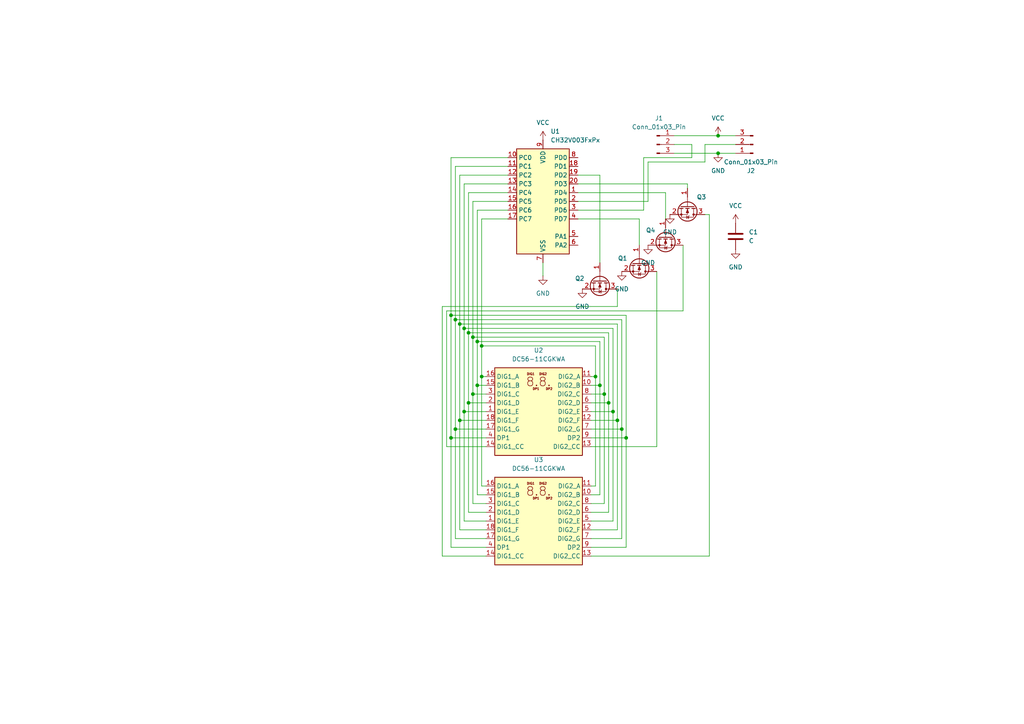
<source format=kicad_sch>
(kicad_sch
	(version 20231120)
	(generator "eeschema")
	(generator_version "8.0")
	(uuid "bd0f5838-6368-45f5-945c-74094c8eaa48")
	(paper "A4")
	(lib_symbols
		(symbol "Connector:Conn_01x03_Pin"
			(pin_names
				(offset 1.016) hide)
			(exclude_from_sim no)
			(in_bom yes)
			(on_board yes)
			(property "Reference" "J"
				(at 0 5.08 0)
				(effects
					(font
						(size 1.27 1.27)
					)
				)
			)
			(property "Value" "Conn_01x03_Pin"
				(at 0 -5.08 0)
				(effects
					(font
						(size 1.27 1.27)
					)
				)
			)
			(property "Footprint" ""
				(at 0 0 0)
				(effects
					(font
						(size 1.27 1.27)
					)
					(hide yes)
				)
			)
			(property "Datasheet" "~"
				(at 0 0 0)
				(effects
					(font
						(size 1.27 1.27)
					)
					(hide yes)
				)
			)
			(property "Description" "Generic connector, single row, 01x03, script generated"
				(at 0 0 0)
				(effects
					(font
						(size 1.27 1.27)
					)
					(hide yes)
				)
			)
			(property "ki_locked" ""
				(at 0 0 0)
				(effects
					(font
						(size 1.27 1.27)
					)
				)
			)
			(property "ki_keywords" "connector"
				(at 0 0 0)
				(effects
					(font
						(size 1.27 1.27)
					)
					(hide yes)
				)
			)
			(property "ki_fp_filters" "Connector*:*_1x??_*"
				(at 0 0 0)
				(effects
					(font
						(size 1.27 1.27)
					)
					(hide yes)
				)
			)
			(symbol "Conn_01x03_Pin_1_1"
				(polyline
					(pts
						(xy 1.27 -2.54) (xy 0.8636 -2.54)
					)
					(stroke
						(width 0.1524)
						(type default)
					)
					(fill
						(type none)
					)
				)
				(polyline
					(pts
						(xy 1.27 0) (xy 0.8636 0)
					)
					(stroke
						(width 0.1524)
						(type default)
					)
					(fill
						(type none)
					)
				)
				(polyline
					(pts
						(xy 1.27 2.54) (xy 0.8636 2.54)
					)
					(stroke
						(width 0.1524)
						(type default)
					)
					(fill
						(type none)
					)
				)
				(rectangle
					(start 0.8636 -2.413)
					(end 0 -2.667)
					(stroke
						(width 0.1524)
						(type default)
					)
					(fill
						(type outline)
					)
				)
				(rectangle
					(start 0.8636 0.127)
					(end 0 -0.127)
					(stroke
						(width 0.1524)
						(type default)
					)
					(fill
						(type outline)
					)
				)
				(rectangle
					(start 0.8636 2.667)
					(end 0 2.413)
					(stroke
						(width 0.1524)
						(type default)
					)
					(fill
						(type outline)
					)
				)
				(pin passive line
					(at 5.08 2.54 180)
					(length 3.81)
					(name "Pin_1"
						(effects
							(font
								(size 1.27 1.27)
							)
						)
					)
					(number "1"
						(effects
							(font
								(size 1.27 1.27)
							)
						)
					)
				)
				(pin passive line
					(at 5.08 0 180)
					(length 3.81)
					(name "Pin_2"
						(effects
							(font
								(size 1.27 1.27)
							)
						)
					)
					(number "2"
						(effects
							(font
								(size 1.27 1.27)
							)
						)
					)
				)
				(pin passive line
					(at 5.08 -2.54 180)
					(length 3.81)
					(name "Pin_3"
						(effects
							(font
								(size 1.27 1.27)
							)
						)
					)
					(number "3"
						(effects
							(font
								(size 1.27 1.27)
							)
						)
					)
				)
			)
		)
		(symbol "Device:C"
			(pin_numbers hide)
			(pin_names
				(offset 0.254)
			)
			(exclude_from_sim no)
			(in_bom yes)
			(on_board yes)
			(property "Reference" "C"
				(at 0.635 2.54 0)
				(effects
					(font
						(size 1.27 1.27)
					)
					(justify left)
				)
			)
			(property "Value" "C"
				(at 0.635 -2.54 0)
				(effects
					(font
						(size 1.27 1.27)
					)
					(justify left)
				)
			)
			(property "Footprint" ""
				(at 0.9652 -3.81 0)
				(effects
					(font
						(size 1.27 1.27)
					)
					(hide yes)
				)
			)
			(property "Datasheet" "~"
				(at 0 0 0)
				(effects
					(font
						(size 1.27 1.27)
					)
					(hide yes)
				)
			)
			(property "Description" "Unpolarized capacitor"
				(at 0 0 0)
				(effects
					(font
						(size 1.27 1.27)
					)
					(hide yes)
				)
			)
			(property "ki_keywords" "cap capacitor"
				(at 0 0 0)
				(effects
					(font
						(size 1.27 1.27)
					)
					(hide yes)
				)
			)
			(property "ki_fp_filters" "C_*"
				(at 0 0 0)
				(effects
					(font
						(size 1.27 1.27)
					)
					(hide yes)
				)
			)
			(symbol "C_0_1"
				(polyline
					(pts
						(xy -2.032 -0.762) (xy 2.032 -0.762)
					)
					(stroke
						(width 0.508)
						(type default)
					)
					(fill
						(type none)
					)
				)
				(polyline
					(pts
						(xy -2.032 0.762) (xy 2.032 0.762)
					)
					(stroke
						(width 0.508)
						(type default)
					)
					(fill
						(type none)
					)
				)
			)
			(symbol "C_1_1"
				(pin passive line
					(at 0 3.81 270)
					(length 2.794)
					(name "~"
						(effects
							(font
								(size 1.27 1.27)
							)
						)
					)
					(number "1"
						(effects
							(font
								(size 1.27 1.27)
							)
						)
					)
				)
				(pin passive line
					(at 0 -3.81 90)
					(length 2.794)
					(name "~"
						(effects
							(font
								(size 1.27 1.27)
							)
						)
					)
					(number "2"
						(effects
							(font
								(size 1.27 1.27)
							)
						)
					)
				)
			)
		)
		(symbol "Display_Character:DC56-11CGKWA"
			(exclude_from_sim no)
			(in_bom yes)
			(on_board yes)
			(property "Reference" "U"
				(at -11.43 13.97 0)
				(effects
					(font
						(size 1.27 1.27)
					)
				)
			)
			(property "Value" "DC56-11CGKWA"
				(at 12.065 13.97 0)
				(effects
					(font
						(size 1.27 1.27)
					)
					(justify right)
				)
			)
			(property "Footprint" "Display_7Segment:DA56-11CGKWA"
				(at 0.508 -16.51 0)
				(effects
					(font
						(size 1.27 1.27)
					)
					(hide yes)
				)
			)
			(property "Datasheet" "http://www.kingbright.com/attachments/file/psearch/000/00/00/DC56-11CGKWA(Ver.7A).pdf"
				(at -3.048 2.54 0)
				(effects
					(font
						(size 1.27 1.27)
					)
					(hide yes)
				)
			)
			(property "Description" "Double digit 7 segment green LED common cathode"
				(at 0 0 0)
				(effects
					(font
						(size 1.27 1.27)
					)
					(hide yes)
				)
			)
			(property "ki_keywords" "display LED 7-segment"
				(at 0 0 0)
				(effects
					(font
						(size 1.27 1.27)
					)
					(hide yes)
				)
			)
			(property "ki_fp_filters" "*DA56*11*"
				(at 0 0 0)
				(effects
					(font
						(size 1.27 1.27)
					)
					(hide yes)
				)
			)
			(symbol "DC56-11CGKWA_0_0"
				(text "8.8."
					(at 0 8.636 0)
					(effects
						(font
							(size 2.54 2.54)
						)
					)
				)
				(text "DIG1"
					(at -2.286 10.922 0)
					(effects
						(font
							(size 0.635 0.635)
						)
					)
				)
				(text "DIG2"
					(at 1.27 10.922 0)
					(effects
						(font
							(size 0.635 0.635)
						)
					)
				)
				(text "DP1"
					(at -0.762 6.604 0)
					(effects
						(font
							(size 0.635 0.635)
						)
					)
				)
				(text "DP2"
					(at 3.048 6.604 0)
					(effects
						(font
							(size 0.635 0.635)
						)
					)
				)
			)
			(symbol "DC56-11CGKWA_0_1"
				(rectangle
					(start -12.7 12.7)
					(end 12.7 -12.7)
					(stroke
						(width 0.254)
						(type default)
					)
					(fill
						(type background)
					)
				)
			)
			(symbol "DC56-11CGKWA_1_1"
				(pin input line
					(at -15.24 0 0)
					(length 2.54)
					(name "DIG1_E"
						(effects
							(font
								(size 1.27 1.27)
							)
						)
					)
					(number "1"
						(effects
							(font
								(size 1.27 1.27)
							)
						)
					)
				)
				(pin input line
					(at 15.24 7.62 180)
					(length 2.54)
					(name "DIG2_B"
						(effects
							(font
								(size 1.27 1.27)
							)
						)
					)
					(number "10"
						(effects
							(font
								(size 1.27 1.27)
							)
						)
					)
				)
				(pin input line
					(at 15.24 10.16 180)
					(length 2.54)
					(name "DIG2_A"
						(effects
							(font
								(size 1.27 1.27)
							)
						)
					)
					(number "11"
						(effects
							(font
								(size 1.27 1.27)
							)
						)
					)
				)
				(pin input line
					(at 15.24 -2.54 180)
					(length 2.54)
					(name "DIG2_F"
						(effects
							(font
								(size 1.27 1.27)
							)
						)
					)
					(number "12"
						(effects
							(font
								(size 1.27 1.27)
							)
						)
					)
				)
				(pin input line
					(at 15.24 -10.16 180)
					(length 2.54)
					(name "DIG2_CC"
						(effects
							(font
								(size 1.27 1.27)
							)
						)
					)
					(number "13"
						(effects
							(font
								(size 1.27 1.27)
							)
						)
					)
				)
				(pin input line
					(at -15.24 -10.16 0)
					(length 2.54)
					(name "DIG1_CC"
						(effects
							(font
								(size 1.27 1.27)
							)
						)
					)
					(number "14"
						(effects
							(font
								(size 1.27 1.27)
							)
						)
					)
				)
				(pin input line
					(at -15.24 7.62 0)
					(length 2.54)
					(name "DIG1_B"
						(effects
							(font
								(size 1.27 1.27)
							)
						)
					)
					(number "15"
						(effects
							(font
								(size 1.27 1.27)
							)
						)
					)
				)
				(pin input line
					(at -15.24 10.16 0)
					(length 2.54)
					(name "DIG1_A"
						(effects
							(font
								(size 1.27 1.27)
							)
						)
					)
					(number "16"
						(effects
							(font
								(size 1.27 1.27)
							)
						)
					)
				)
				(pin input line
					(at -15.24 -5.08 0)
					(length 2.54)
					(name "DIG1_G"
						(effects
							(font
								(size 1.27 1.27)
							)
						)
					)
					(number "17"
						(effects
							(font
								(size 1.27 1.27)
							)
						)
					)
				)
				(pin input line
					(at -15.24 -2.54 0)
					(length 2.54)
					(name "DIG1_F"
						(effects
							(font
								(size 1.27 1.27)
							)
						)
					)
					(number "18"
						(effects
							(font
								(size 1.27 1.27)
							)
						)
					)
				)
				(pin input line
					(at -15.24 2.54 0)
					(length 2.54)
					(name "DIG1_D"
						(effects
							(font
								(size 1.27 1.27)
							)
						)
					)
					(number "2"
						(effects
							(font
								(size 1.27 1.27)
							)
						)
					)
				)
				(pin input line
					(at -15.24 5.08 0)
					(length 2.54)
					(name "DIG1_C"
						(effects
							(font
								(size 1.27 1.27)
							)
						)
					)
					(number "3"
						(effects
							(font
								(size 1.27 1.27)
							)
						)
					)
				)
				(pin input line
					(at -15.24 -7.62 0)
					(length 2.54)
					(name "DP1"
						(effects
							(font
								(size 1.27 1.27)
							)
						)
					)
					(number "4"
						(effects
							(font
								(size 1.27 1.27)
							)
						)
					)
				)
				(pin input line
					(at 15.24 0 180)
					(length 2.54)
					(name "DIG2_E"
						(effects
							(font
								(size 1.27 1.27)
							)
						)
					)
					(number "5"
						(effects
							(font
								(size 1.27 1.27)
							)
						)
					)
				)
				(pin input line
					(at 15.24 2.54 180)
					(length 2.54)
					(name "DIG2_D"
						(effects
							(font
								(size 1.27 1.27)
							)
						)
					)
					(number "6"
						(effects
							(font
								(size 1.27 1.27)
							)
						)
					)
				)
				(pin input line
					(at 15.24 -5.08 180)
					(length 2.54)
					(name "DIG2_G"
						(effects
							(font
								(size 1.27 1.27)
							)
						)
					)
					(number "7"
						(effects
							(font
								(size 1.27 1.27)
							)
						)
					)
				)
				(pin input line
					(at 15.24 5.08 180)
					(length 2.54)
					(name "DIG2_C"
						(effects
							(font
								(size 1.27 1.27)
							)
						)
					)
					(number "8"
						(effects
							(font
								(size 1.27 1.27)
							)
						)
					)
				)
				(pin input line
					(at 15.24 -7.62 180)
					(length 2.54)
					(name "DP2"
						(effects
							(font
								(size 1.27 1.27)
							)
						)
					)
					(number "9"
						(effects
							(font
								(size 1.27 1.27)
							)
						)
					)
				)
			)
		)
		(symbol "MCU_WCH_CH32V0:CH32V003FxPx"
			(exclude_from_sim no)
			(in_bom yes)
			(on_board yes)
			(property "Reference" "U"
				(at -7.62 17.78 0)
				(effects
					(font
						(size 1.27 1.27)
					)
				)
			)
			(property "Value" "CH32V003FxPx"
				(at 7.62 17.78 0)
				(effects
					(font
						(size 1.27 1.27)
					)
				)
			)
			(property "Footprint" "Package_SO:TSSOP-20_4.4x6.5mm_P0.65mm"
				(at -1.27 0 0)
				(effects
					(font
						(size 1.27 1.27)
					)
					(hide yes)
				)
			)
			(property "Datasheet" "https://www.wch-ic.com/products/CH32V003.html"
				(at -1.27 0 0)
				(effects
					(font
						(size 1.27 1.27)
					)
					(hide yes)
				)
			)
			(property "Description" "CH32V003 series are industrial-grade general-purpose microcontrollers designed based on 32-bit RISC-V instruction set and architecture. It adopts QingKe V2A core, RV32EC instruction set, and supports 2 levels of interrupt nesting. The series are mounted with rich peripheral interfaces and function modules. Its internal organizational structure meets the low-cost and low-power embedded application scenarios."
				(at 0 0 0)
				(effects
					(font
						(size 1.27 1.27)
					)
					(hide yes)
				)
			)
			(property "ki_keywords" "microcontroller wch RISC-V"
				(at 0 0 0)
				(effects
					(font
						(size 1.27 1.27)
					)
					(hide yes)
				)
			)
			(property "ki_fp_filters" "TSSOP*4.4x6.5mm*P0.65mm*"
				(at 0 0 0)
				(effects
					(font
						(size 1.27 1.27)
					)
					(hide yes)
				)
			)
			(symbol "CH32V003FxPx_1_1"
				(rectangle
					(start -7.62 15.24)
					(end 7.62 -15.24)
					(stroke
						(width 0.254)
						(type default)
					)
					(fill
						(type background)
					)
				)
				(pin bidirectional line
					(at 10.16 2.54 180)
					(length 2.54)
					(name "PD4"
						(effects
							(font
								(size 1.27 1.27)
							)
						)
					)
					(number "1"
						(effects
							(font
								(size 1.27 1.27)
							)
						)
					)
					(alternate "A7" bidirectional line)
					(alternate "OPO" bidirectional line)
					(alternate "T1CH4_3" bidirectional line)
					(alternate "T2CH1ETR" bidirectional line)
					(alternate "TIETR_2" bidirectional line)
					(alternate "UCK" bidirectional line)
				)
				(pin bidirectional line
					(at -10.16 12.7 0)
					(length 2.54)
					(name "PC0"
						(effects
							(font
								(size 1.27 1.27)
							)
						)
					)
					(number "10"
						(effects
							(font
								(size 1.27 1.27)
							)
						)
					)
					(alternate "NSS_1" bidirectional line)
					(alternate "T1CH3_1" bidirectional line)
					(alternate "T2CH3" bidirectional line)
					(alternate "T2CH3_2" bidirectional line)
					(alternate "UTX_3" bidirectional line)
				)
				(pin bidirectional line
					(at -10.16 10.16 0)
					(length 2.54)
					(name "PC1"
						(effects
							(font
								(size 1.27 1.27)
							)
						)
					)
					(number "11"
						(effects
							(font
								(size 1.27 1.27)
							)
						)
					)
					(alternate "NSS" bidirectional line)
					(alternate "SDA" bidirectional line)
					(alternate "T1BKIN_1" bidirectional line)
					(alternate "T1BKIN_3" bidirectional line)
					(alternate "T2CH1ETR_2" bidirectional line)
					(alternate "T2CH1ETR_3" bidirectional line)
					(alternate "T2CH4_1" bidirectional line)
					(alternate "URX_3" bidirectional line)
				)
				(pin bidirectional line
					(at -10.16 7.62 0)
					(length 2.54)
					(name "PC2"
						(effects
							(font
								(size 1.27 1.27)
							)
						)
					)
					(number "12"
						(effects
							(font
								(size 1.27 1.27)
							)
						)
					)
					(alternate "AETR_1" bidirectional line)
					(alternate "SCL" bidirectional line)
					(alternate "T1BKIN" bidirectional line)
					(alternate "T1BKIN_2" bidirectional line)
					(alternate "T1ETR_3" bidirectional line)
					(alternate "T2CH2_1" bidirectional line)
					(alternate "URTS" bidirectional line)
					(alternate "URTS_1" bidirectional line)
				)
				(pin bidirectional line
					(at -10.16 5.08 0)
					(length 2.54)
					(name "PC3"
						(effects
							(font
								(size 1.27 1.27)
							)
						)
					)
					(number "13"
						(effects
							(font
								(size 1.27 1.27)
							)
						)
					)
					(alternate "T1CH1N_1" bidirectional line)
					(alternate "T1CH1N_3" bidirectional line)
					(alternate "T1CH3" bidirectional line)
					(alternate "T1CH3_2" bidirectional line)
					(alternate "UCTS_1" bidirectional line)
				)
				(pin bidirectional line
					(at -10.16 2.54 0)
					(length 2.54)
					(name "PC4"
						(effects
							(font
								(size 1.27 1.27)
							)
						)
					)
					(number "14"
						(effects
							(font
								(size 1.27 1.27)
							)
						)
					)
					(alternate "A2" bidirectional line)
					(alternate "MCO" bidirectional line)
					(alternate "T1CH1_3" bidirectional line)
					(alternate "T1CH2N_1" bidirectional line)
					(alternate "T1CH4" bidirectional line)
					(alternate "T1CH4_2" bidirectional line)
				)
				(pin bidirectional line
					(at -10.16 0 0)
					(length 2.54)
					(name "PC5"
						(effects
							(font
								(size 1.27 1.27)
							)
						)
					)
					(number "15"
						(effects
							(font
								(size 1.27 1.27)
							)
						)
					)
					(alternate "SCK" bidirectional line)
					(alternate "SCK_1" bidirectional line)
					(alternate "SCL_2" bidirectional line)
					(alternate "SCL_3" bidirectional line)
					(alternate "T1CH3_3" bidirectional line)
					(alternate "T1ETR" bidirectional line)
					(alternate "T1ETR_1" bidirectional line)
					(alternate "T2CH1ETR_1" bidirectional line)
					(alternate "UCK_3" bidirectional line)
				)
				(pin bidirectional line
					(at -10.16 -2.54 0)
					(length 2.54)
					(name "PC6"
						(effects
							(font
								(size 1.27 1.27)
							)
						)
					)
					(number "16"
						(effects
							(font
								(size 1.27 1.27)
							)
						)
					)
					(alternate "MOSI" bidirectional line)
					(alternate "MOSI_1" bidirectional line)
					(alternate "SDA_2" bidirectional line)
					(alternate "SDA_3" bidirectional line)
					(alternate "T1CH1_1" bidirectional line)
					(alternate "T1CH3N_3" bidirectional line)
					(alternate "UCTS_2" bidirectional line)
					(alternate "UCTS_3" bidirectional line)
				)
				(pin bidirectional line
					(at -10.16 -5.08 0)
					(length 2.54)
					(name "PC7"
						(effects
							(font
								(size 1.27 1.27)
							)
						)
					)
					(number "17"
						(effects
							(font
								(size 1.27 1.27)
							)
						)
					)
					(alternate "MISO" bidirectional line)
					(alternate "MISO_1" bidirectional line)
					(alternate "T1CH2_1" bidirectional line)
					(alternate "T1CH2_3" bidirectional line)
					(alternate "T2CH2_3" bidirectional line)
					(alternate "URTS_2" bidirectional line)
					(alternate "URTS_3" bidirectional line)
				)
				(pin bidirectional line
					(at 10.16 10.16 180)
					(length 2.54)
					(name "PD1"
						(effects
							(font
								(size 1.27 1.27)
							)
						)
					)
					(number "18"
						(effects
							(font
								(size 1.27 1.27)
							)
						)
					)
					(alternate "AETR2" bidirectional line)
					(alternate "SCL_1" bidirectional line)
					(alternate "SWIO" bidirectional line)
					(alternate "T1CH3N" bidirectional line)
					(alternate "T1CH3N_1" bidirectional line)
					(alternate "T1CH3N_2" bidirectional line)
					(alternate "URX_1" bidirectional line)
				)
				(pin bidirectional line
					(at 10.16 7.62 180)
					(length 2.54)
					(name "PD2"
						(effects
							(font
								(size 1.27 1.27)
							)
						)
					)
					(number "19"
						(effects
							(font
								(size 1.27 1.27)
							)
						)
					)
					(alternate "A3" bidirectional line)
					(alternate "T1CH1" bidirectional line)
					(alternate "T1CH1_2" bidirectional line)
					(alternate "T1CH2N_3" bidirectional line)
					(alternate "T2CH3_1" bidirectional line)
				)
				(pin bidirectional line
					(at 10.16 0 180)
					(length 2.54)
					(name "PD5"
						(effects
							(font
								(size 1.27 1.27)
							)
						)
					)
					(number "2"
						(effects
							(font
								(size 1.27 1.27)
							)
						)
					)
					(alternate "A5" bidirectional line)
					(alternate "T2CH4_3" bidirectional line)
					(alternate "URX_2" bidirectional line)
					(alternate "UTX" bidirectional line)
				)
				(pin bidirectional line
					(at 10.16 5.08 180)
					(length 2.54)
					(name "PD3"
						(effects
							(font
								(size 1.27 1.27)
							)
						)
					)
					(number "20"
						(effects
							(font
								(size 1.27 1.27)
							)
						)
					)
					(alternate "A4" bidirectional line)
					(alternate "AETR" bidirectional line)
					(alternate "T1CH4_1" bidirectional line)
					(alternate "T2CH2" bidirectional line)
					(alternate "T2CH2_2" bidirectional line)
					(alternate "UCTS" bidirectional line)
				)
				(pin bidirectional line
					(at 10.16 -2.54 180)
					(length 2.54)
					(name "PD6"
						(effects
							(font
								(size 1.27 1.27)
							)
						)
					)
					(number "3"
						(effects
							(font
								(size 1.27 1.27)
							)
						)
					)
					(alternate "A6" bidirectional line)
					(alternate "T2CH3_3" bidirectional line)
					(alternate "URX" bidirectional line)
					(alternate "UTX_2" bidirectional line)
				)
				(pin bidirectional line
					(at 10.16 -5.08 180)
					(length 2.54)
					(name "PD7"
						(effects
							(font
								(size 1.27 1.27)
							)
						)
					)
					(number "4"
						(effects
							(font
								(size 1.27 1.27)
							)
						)
					)
					(alternate "NRST" bidirectional line)
					(alternate "OPP1" bidirectional line)
					(alternate "T2CH4" bidirectional line)
					(alternate "T2CH4_2" bidirectional line)
					(alternate "UCK_1" bidirectional line)
					(alternate "UCK_2" bidirectional line)
				)
				(pin bidirectional line
					(at 10.16 -10.16 180)
					(length 2.54)
					(name "PA1"
						(effects
							(font
								(size 1.27 1.27)
							)
						)
					)
					(number "5"
						(effects
							(font
								(size 1.27 1.27)
							)
						)
					)
					(alternate "A1" bidirectional line)
					(alternate "OPN0" bidirectional line)
					(alternate "OSCI" bidirectional line)
					(alternate "T1CH2" bidirectional line)
					(alternate "T1CH2_2" bidirectional line)
				)
				(pin bidirectional line
					(at 10.16 -12.7 180)
					(length 2.54)
					(name "PA2"
						(effects
							(font
								(size 1.27 1.27)
							)
						)
					)
					(number "6"
						(effects
							(font
								(size 1.27 1.27)
							)
						)
					)
					(alternate "A0" bidirectional line)
					(alternate "AETR2_1" bidirectional line)
					(alternate "OPP0" bidirectional line)
					(alternate "OSCO" bidirectional line)
					(alternate "TICH2N" bidirectional line)
					(alternate "TICH2N_2" bidirectional line)
				)
				(pin power_in line
					(at 0 -17.78 90)
					(length 2.54)
					(name "VSS"
						(effects
							(font
								(size 1.27 1.27)
							)
						)
					)
					(number "7"
						(effects
							(font
								(size 1.27 1.27)
							)
						)
					)
				)
				(pin bidirectional line
					(at 10.16 12.7 180)
					(length 2.54)
					(name "PD0"
						(effects
							(font
								(size 1.27 1.27)
							)
						)
					)
					(number "8"
						(effects
							(font
								(size 1.27 1.27)
							)
						)
					)
					(alternate "OPN1" bidirectional line)
					(alternate "SDA_1" bidirectional line)
					(alternate "TICH1N" bidirectional line)
					(alternate "TICH1N_2" bidirectional line)
					(alternate "UTX_1" bidirectional line)
				)
				(pin power_in line
					(at 0 17.78 270)
					(length 2.54)
					(name "VDD"
						(effects
							(font
								(size 1.27 1.27)
							)
						)
					)
					(number "9"
						(effects
							(font
								(size 1.27 1.27)
							)
						)
					)
				)
			)
		)
		(symbol "Transistor_FET:AO3400A"
			(pin_names hide)
			(exclude_from_sim no)
			(in_bom yes)
			(on_board yes)
			(property "Reference" "Q"
				(at 5.08 1.905 0)
				(effects
					(font
						(size 1.27 1.27)
					)
					(justify left)
				)
			)
			(property "Value" "AO3400A"
				(at 5.08 0 0)
				(effects
					(font
						(size 1.27 1.27)
					)
					(justify left)
				)
			)
			(property "Footprint" "Package_TO_SOT_SMD:SOT-23"
				(at 5.08 -1.905 0)
				(effects
					(font
						(size 1.27 1.27)
						(italic yes)
					)
					(justify left)
					(hide yes)
				)
			)
			(property "Datasheet" "http://www.aosmd.com/pdfs/datasheet/AO3400A.pdf"
				(at 5.08 -3.81 0)
				(effects
					(font
						(size 1.27 1.27)
					)
					(justify left)
					(hide yes)
				)
			)
			(property "Description" "30V Vds, 5.7A Id, N-Channel MOSFET, SOT-23"
				(at 0 0 0)
				(effects
					(font
						(size 1.27 1.27)
					)
					(hide yes)
				)
			)
			(property "ki_keywords" "N-Channel MOSFET"
				(at 0 0 0)
				(effects
					(font
						(size 1.27 1.27)
					)
					(hide yes)
				)
			)
			(property "ki_fp_filters" "SOT?23*"
				(at 0 0 0)
				(effects
					(font
						(size 1.27 1.27)
					)
					(hide yes)
				)
			)
			(symbol "AO3400A_0_1"
				(polyline
					(pts
						(xy 0.254 0) (xy -2.54 0)
					)
					(stroke
						(width 0)
						(type default)
					)
					(fill
						(type none)
					)
				)
				(polyline
					(pts
						(xy 0.254 1.905) (xy 0.254 -1.905)
					)
					(stroke
						(width 0.254)
						(type default)
					)
					(fill
						(type none)
					)
				)
				(polyline
					(pts
						(xy 0.762 -1.27) (xy 0.762 -2.286)
					)
					(stroke
						(width 0.254)
						(type default)
					)
					(fill
						(type none)
					)
				)
				(polyline
					(pts
						(xy 0.762 0.508) (xy 0.762 -0.508)
					)
					(stroke
						(width 0.254)
						(type default)
					)
					(fill
						(type none)
					)
				)
				(polyline
					(pts
						(xy 0.762 2.286) (xy 0.762 1.27)
					)
					(stroke
						(width 0.254)
						(type default)
					)
					(fill
						(type none)
					)
				)
				(polyline
					(pts
						(xy 2.54 2.54) (xy 2.54 1.778)
					)
					(stroke
						(width 0)
						(type default)
					)
					(fill
						(type none)
					)
				)
				(polyline
					(pts
						(xy 2.54 -2.54) (xy 2.54 0) (xy 0.762 0)
					)
					(stroke
						(width 0)
						(type default)
					)
					(fill
						(type none)
					)
				)
				(polyline
					(pts
						(xy 0.762 -1.778) (xy 3.302 -1.778) (xy 3.302 1.778) (xy 0.762 1.778)
					)
					(stroke
						(width 0)
						(type default)
					)
					(fill
						(type none)
					)
				)
				(polyline
					(pts
						(xy 1.016 0) (xy 2.032 0.381) (xy 2.032 -0.381) (xy 1.016 0)
					)
					(stroke
						(width 0)
						(type default)
					)
					(fill
						(type outline)
					)
				)
				(polyline
					(pts
						(xy 2.794 0.508) (xy 2.921 0.381) (xy 3.683 0.381) (xy 3.81 0.254)
					)
					(stroke
						(width 0)
						(type default)
					)
					(fill
						(type none)
					)
				)
				(polyline
					(pts
						(xy 3.302 0.381) (xy 2.921 -0.254) (xy 3.683 -0.254) (xy 3.302 0.381)
					)
					(stroke
						(width 0)
						(type default)
					)
					(fill
						(type none)
					)
				)
				(circle
					(center 1.651 0)
					(radius 2.794)
					(stroke
						(width 0.254)
						(type default)
					)
					(fill
						(type none)
					)
				)
				(circle
					(center 2.54 -1.778)
					(radius 0.254)
					(stroke
						(width 0)
						(type default)
					)
					(fill
						(type outline)
					)
				)
				(circle
					(center 2.54 1.778)
					(radius 0.254)
					(stroke
						(width 0)
						(type default)
					)
					(fill
						(type outline)
					)
				)
			)
			(symbol "AO3400A_1_1"
				(pin input line
					(at -5.08 0 0)
					(length 2.54)
					(name "G"
						(effects
							(font
								(size 1.27 1.27)
							)
						)
					)
					(number "1"
						(effects
							(font
								(size 1.27 1.27)
							)
						)
					)
				)
				(pin passive line
					(at 2.54 -5.08 90)
					(length 2.54)
					(name "S"
						(effects
							(font
								(size 1.27 1.27)
							)
						)
					)
					(number "2"
						(effects
							(font
								(size 1.27 1.27)
							)
						)
					)
				)
				(pin passive line
					(at 2.54 5.08 270)
					(length 2.54)
					(name "D"
						(effects
							(font
								(size 1.27 1.27)
							)
						)
					)
					(number "3"
						(effects
							(font
								(size 1.27 1.27)
							)
						)
					)
				)
			)
		)
		(symbol "power:GND"
			(power)
			(pin_numbers hide)
			(pin_names
				(offset 0) hide)
			(exclude_from_sim no)
			(in_bom yes)
			(on_board yes)
			(property "Reference" "#PWR"
				(at 0 -6.35 0)
				(effects
					(font
						(size 1.27 1.27)
					)
					(hide yes)
				)
			)
			(property "Value" "GND"
				(at 0 -3.81 0)
				(effects
					(font
						(size 1.27 1.27)
					)
				)
			)
			(property "Footprint" ""
				(at 0 0 0)
				(effects
					(font
						(size 1.27 1.27)
					)
					(hide yes)
				)
			)
			(property "Datasheet" ""
				(at 0 0 0)
				(effects
					(font
						(size 1.27 1.27)
					)
					(hide yes)
				)
			)
			(property "Description" "Power symbol creates a global label with name \"GND\" , ground"
				(at 0 0 0)
				(effects
					(font
						(size 1.27 1.27)
					)
					(hide yes)
				)
			)
			(property "ki_keywords" "global power"
				(at 0 0 0)
				(effects
					(font
						(size 1.27 1.27)
					)
					(hide yes)
				)
			)
			(symbol "GND_0_1"
				(polyline
					(pts
						(xy 0 0) (xy 0 -1.27) (xy 1.27 -1.27) (xy 0 -2.54) (xy -1.27 -1.27) (xy 0 -1.27)
					)
					(stroke
						(width 0)
						(type default)
					)
					(fill
						(type none)
					)
				)
			)
			(symbol "GND_1_1"
				(pin power_in line
					(at 0 0 270)
					(length 0)
					(name "~"
						(effects
							(font
								(size 1.27 1.27)
							)
						)
					)
					(number "1"
						(effects
							(font
								(size 1.27 1.27)
							)
						)
					)
				)
			)
		)
		(symbol "power:VCC"
			(power)
			(pin_numbers hide)
			(pin_names
				(offset 0) hide)
			(exclude_from_sim no)
			(in_bom yes)
			(on_board yes)
			(property "Reference" "#PWR"
				(at 0 -3.81 0)
				(effects
					(font
						(size 1.27 1.27)
					)
					(hide yes)
				)
			)
			(property "Value" "VCC"
				(at 0 3.556 0)
				(effects
					(font
						(size 1.27 1.27)
					)
				)
			)
			(property "Footprint" ""
				(at 0 0 0)
				(effects
					(font
						(size 1.27 1.27)
					)
					(hide yes)
				)
			)
			(property "Datasheet" ""
				(at 0 0 0)
				(effects
					(font
						(size 1.27 1.27)
					)
					(hide yes)
				)
			)
			(property "Description" "Power symbol creates a global label with name \"VCC\""
				(at 0 0 0)
				(effects
					(font
						(size 1.27 1.27)
					)
					(hide yes)
				)
			)
			(property "ki_keywords" "global power"
				(at 0 0 0)
				(effects
					(font
						(size 1.27 1.27)
					)
					(hide yes)
				)
			)
			(symbol "VCC_0_1"
				(polyline
					(pts
						(xy -0.762 1.27) (xy 0 2.54)
					)
					(stroke
						(width 0)
						(type default)
					)
					(fill
						(type none)
					)
				)
				(polyline
					(pts
						(xy 0 0) (xy 0 2.54)
					)
					(stroke
						(width 0)
						(type default)
					)
					(fill
						(type none)
					)
				)
				(polyline
					(pts
						(xy 0 2.54) (xy 0.762 1.27)
					)
					(stroke
						(width 0)
						(type default)
					)
					(fill
						(type none)
					)
				)
			)
			(symbol "VCC_1_1"
				(pin power_in line
					(at 0 0 90)
					(length 0)
					(name "~"
						(effects
							(font
								(size 1.27 1.27)
							)
						)
					)
					(number "1"
						(effects
							(font
								(size 1.27 1.27)
							)
						)
					)
				)
			)
		)
	)
	(junction
		(at 176.53 116.84)
		(diameter 0)
		(color 0 0 0 0)
		(uuid "063be656-79be-432e-8452-05078c9ab3bc")
	)
	(junction
		(at 135.89 96.52)
		(diameter 0)
		(color 0 0 0 0)
		(uuid "07a9a870-bef6-4eea-9a73-256067d7597d")
	)
	(junction
		(at 181.61 127)
		(diameter 0)
		(color 0 0 0 0)
		(uuid "1aaa2eb3-c0c9-44f6-872b-3f6480b21e63")
	)
	(junction
		(at 134.62 119.38)
		(diameter 0)
		(color 0 0 0 0)
		(uuid "1f7a1085-314a-46e4-b847-35480f33fc8c")
	)
	(junction
		(at 137.16 114.3)
		(diameter 0)
		(color 0 0 0 0)
		(uuid "209f6590-c380-4eb2-bb56-bb4571e25047")
	)
	(junction
		(at 175.26 114.3)
		(diameter 0)
		(color 0 0 0 0)
		(uuid "435e99af-5390-4629-961e-b841d0d8b317")
	)
	(junction
		(at 179.07 121.92)
		(diameter 0)
		(color 0 0 0 0)
		(uuid "4a1eeb81-37eb-41ae-b05b-3ea5e728925e")
	)
	(junction
		(at 130.81 127)
		(diameter 0)
		(color 0 0 0 0)
		(uuid "4f925c56-59c4-457f-a34e-0ce488723a62")
	)
	(junction
		(at 133.35 93.98)
		(diameter 0)
		(color 0 0 0 0)
		(uuid "593d0278-2bcf-4db6-994f-053f4e8ed132")
	)
	(junction
		(at 132.08 92.71)
		(diameter 0)
		(color 0 0 0 0)
		(uuid "6cb87d3a-e595-42fd-862c-8b5ce5f75124")
	)
	(junction
		(at 138.43 99.06)
		(diameter 0)
		(color 0 0 0 0)
		(uuid "72b526a5-14cb-40ee-946c-ada536fa23a6")
	)
	(junction
		(at 180.34 124.46)
		(diameter 0)
		(color 0 0 0 0)
		(uuid "73c1a3b1-b875-41cd-b9db-e39af9438058")
	)
	(junction
		(at 173.99 111.76)
		(diameter 0)
		(color 0 0 0 0)
		(uuid "75d16672-1086-47c3-ab56-27160427c090")
	)
	(junction
		(at 139.7 109.22)
		(diameter 0)
		(color 0 0 0 0)
		(uuid "97b049b3-a8c5-4ea6-984b-73f9652a520f")
	)
	(junction
		(at 177.8 119.38)
		(diameter 0)
		(color 0 0 0 0)
		(uuid "9b8bf8b9-68d8-475d-958b-cc5b3d6b03c0")
	)
	(junction
		(at 208.28 44.45)
		(diameter 0)
		(color 0 0 0 0)
		(uuid "ae6afa64-97a3-4b6e-aabd-137fe51c7777")
	)
	(junction
		(at 130.81 91.44)
		(diameter 0)
		(color 0 0 0 0)
		(uuid "b06fb259-4d80-4da5-8544-2e87e93d6df7")
	)
	(junction
		(at 138.43 111.76)
		(diameter 0)
		(color 0 0 0 0)
		(uuid "c76277d3-06b3-4acf-b106-ee1f6499e9c9")
	)
	(junction
		(at 132.08 124.46)
		(diameter 0)
		(color 0 0 0 0)
		(uuid "c9aba75e-f176-47dd-805e-d4ef5c0bb3d9")
	)
	(junction
		(at 172.72 109.22)
		(diameter 0)
		(color 0 0 0 0)
		(uuid "ccd60e2e-a1c3-49f5-b0d6-4e91a3e6b5ea")
	)
	(junction
		(at 139.7 100.33)
		(diameter 0)
		(color 0 0 0 0)
		(uuid "d0422564-3314-4a1c-9fe0-c6faf471a920")
	)
	(junction
		(at 134.62 95.25)
		(diameter 0)
		(color 0 0 0 0)
		(uuid "d1a709d7-0845-4e07-8e83-8aedf4198a17")
	)
	(junction
		(at 135.89 116.84)
		(diameter 0)
		(color 0 0 0 0)
		(uuid "dfa4d962-3ee9-4bb3-a132-1ffaf2dfb0a8")
	)
	(junction
		(at 137.16 97.79)
		(diameter 0)
		(color 0 0 0 0)
		(uuid "efe89cf9-e05a-4290-b69c-41340d08a5c6")
	)
	(junction
		(at 208.28 39.37)
		(diameter 0)
		(color 0 0 0 0)
		(uuid "f40d7541-8141-4b37-88d3-95574eb0c5a6")
	)
	(junction
		(at 133.35 121.92)
		(diameter 0)
		(color 0 0 0 0)
		(uuid "f79b2cd6-a2cd-41b3-aa26-0f5db02b2dea")
	)
	(wire
		(pts
			(xy 171.45 109.22) (xy 172.72 109.22)
		)
		(stroke
			(width 0)
			(type default)
		)
		(uuid "00ba795b-1fe2-4555-b1f3-1df4fb9ebe3d")
	)
	(wire
		(pts
			(xy 130.81 91.44) (xy 130.81 127)
		)
		(stroke
			(width 0)
			(type default)
		)
		(uuid "014f2ed9-ca79-499b-b339-8eca78676c68")
	)
	(wire
		(pts
			(xy 177.8 151.13) (xy 177.8 119.38)
		)
		(stroke
			(width 0)
			(type default)
		)
		(uuid "050067dc-a27a-4186-a052-965f296f009d")
	)
	(wire
		(pts
			(xy 139.7 109.22) (xy 140.97 109.22)
		)
		(stroke
			(width 0)
			(type default)
		)
		(uuid "06fb322f-7f40-40b8-bfe3-f847333b792f")
	)
	(wire
		(pts
			(xy 200.66 45.72) (xy 186.69 45.72)
		)
		(stroke
			(width 0)
			(type default)
		)
		(uuid "0851f5b4-46ea-4bfd-b81b-9dd5d8096d5b")
	)
	(wire
		(pts
			(xy 133.35 121.92) (xy 133.35 153.67)
		)
		(stroke
			(width 0)
			(type default)
		)
		(uuid "086d84a4-6774-4dbf-bb91-32b42351660b")
	)
	(wire
		(pts
			(xy 139.7 109.22) (xy 139.7 140.97)
		)
		(stroke
			(width 0)
			(type default)
		)
		(uuid "0b9e026f-df8c-4d7b-952d-e0b233f04cb2")
	)
	(wire
		(pts
			(xy 173.99 111.76) (xy 173.99 99.06)
		)
		(stroke
			(width 0)
			(type default)
		)
		(uuid "0dc1b330-c358-43d8-bb04-44495ba614d1")
	)
	(wire
		(pts
			(xy 195.58 44.45) (xy 208.28 44.45)
		)
		(stroke
			(width 0)
			(type default)
		)
		(uuid "103936af-2c5b-42a0-9743-22a7902a0747")
	)
	(wire
		(pts
			(xy 139.7 140.97) (xy 140.97 140.97)
		)
		(stroke
			(width 0)
			(type default)
		)
		(uuid "12803530-cfc9-44c1-a2df-1b49ad85e46a")
	)
	(wire
		(pts
			(xy 147.32 45.72) (xy 130.81 45.72)
		)
		(stroke
			(width 0)
			(type default)
		)
		(uuid "154456bf-cfeb-4f73-bfa3-78eda96e87be")
	)
	(wire
		(pts
			(xy 132.08 48.26) (xy 132.08 92.71)
		)
		(stroke
			(width 0)
			(type default)
		)
		(uuid "17e322cd-3518-407f-8795-e341d3a63a4c")
	)
	(wire
		(pts
			(xy 147.32 58.42) (xy 137.16 58.42)
		)
		(stroke
			(width 0)
			(type default)
		)
		(uuid "1a6e4e28-74c4-4f85-9222-09fb526fd0f6")
	)
	(wire
		(pts
			(xy 179.07 93.98) (xy 133.35 93.98)
		)
		(stroke
			(width 0)
			(type default)
		)
		(uuid "1bf12719-29c2-4e07-9d68-7260ff6cee4f")
	)
	(wire
		(pts
			(xy 171.45 140.97) (xy 172.72 140.97)
		)
		(stroke
			(width 0)
			(type default)
		)
		(uuid "1bffc9d0-1160-4f94-befa-25e28b6336e3")
	)
	(wire
		(pts
			(xy 138.43 99.06) (xy 138.43 111.76)
		)
		(stroke
			(width 0)
			(type default)
		)
		(uuid "1cc3c0cc-d29d-4cdf-9494-7c948e9907c6")
	)
	(wire
		(pts
			(xy 171.45 153.67) (xy 179.07 153.67)
		)
		(stroke
			(width 0)
			(type default)
		)
		(uuid "1ce61257-2334-4cc7-a421-615e65bd8fe0")
	)
	(wire
		(pts
			(xy 135.89 148.59) (xy 140.97 148.59)
		)
		(stroke
			(width 0)
			(type default)
		)
		(uuid "2547cdd3-a8a7-4de1-bca3-ce21637510d5")
	)
	(wire
		(pts
			(xy 138.43 111.76) (xy 140.97 111.76)
		)
		(stroke
			(width 0)
			(type default)
		)
		(uuid "2643787b-8154-4485-9e4b-9101ff56d9ce")
	)
	(wire
		(pts
			(xy 187.96 46.99) (xy 187.96 58.42)
		)
		(stroke
			(width 0)
			(type default)
		)
		(uuid "27c3ff72-2779-4ea5-8055-1e3778022365")
	)
	(wire
		(pts
			(xy 167.64 50.8) (xy 173.99 50.8)
		)
		(stroke
			(width 0)
			(type default)
		)
		(uuid "27e02e8d-7566-4b42-9eb8-d763450199f4")
	)
	(wire
		(pts
			(xy 208.28 39.37) (xy 213.36 39.37)
		)
		(stroke
			(width 0)
			(type default)
		)
		(uuid "288631d2-16bd-4562-ab64-9d32de85f198")
	)
	(wire
		(pts
			(xy 134.62 53.34) (xy 134.62 95.25)
		)
		(stroke
			(width 0)
			(type default)
		)
		(uuid "2963a6f8-134c-4fc2-94e6-a61aa60a1532")
	)
	(wire
		(pts
			(xy 181.61 158.75) (xy 181.61 127)
		)
		(stroke
			(width 0)
			(type default)
		)
		(uuid "2ba415ed-db99-4a86-875c-a918c229e20a")
	)
	(wire
		(pts
			(xy 190.5 78.74) (xy 190.5 129.54)
		)
		(stroke
			(width 0)
			(type default)
		)
		(uuid "2c69b53f-aff7-47a6-8e3a-827a273d05e3")
	)
	(wire
		(pts
			(xy 147.32 50.8) (xy 133.35 50.8)
		)
		(stroke
			(width 0)
			(type default)
		)
		(uuid "2d81fb24-8113-4dc0-976a-6363c6d90641")
	)
	(wire
		(pts
			(xy 132.08 156.21) (xy 140.97 156.21)
		)
		(stroke
			(width 0)
			(type default)
		)
		(uuid "2e061733-9af2-4e05-9555-d49ea77b8fe9")
	)
	(wire
		(pts
			(xy 186.69 45.72) (xy 186.69 60.96)
		)
		(stroke
			(width 0)
			(type default)
		)
		(uuid "2e7faa98-2594-4649-ae29-7f0e97df32c6")
	)
	(wire
		(pts
			(xy 195.58 39.37) (xy 208.28 39.37)
		)
		(stroke
			(width 0)
			(type default)
		)
		(uuid "3029eb63-7d4a-4020-bb4a-b87c8cd8c8f6")
	)
	(wire
		(pts
			(xy 137.16 146.05) (xy 140.97 146.05)
		)
		(stroke
			(width 0)
			(type default)
		)
		(uuid "30374d2c-6724-44a1-a6ad-fc9102aeef11")
	)
	(wire
		(pts
			(xy 147.32 60.96) (xy 138.43 60.96)
		)
		(stroke
			(width 0)
			(type default)
		)
		(uuid "336bf034-511f-4db8-90c4-0d93d9f2560c")
	)
	(wire
		(pts
			(xy 167.64 60.96) (xy 186.69 60.96)
		)
		(stroke
			(width 0)
			(type default)
		)
		(uuid "35280295-6048-4272-8ee7-fed472f3619f")
	)
	(wire
		(pts
			(xy 171.45 146.05) (xy 175.26 146.05)
		)
		(stroke
			(width 0)
			(type default)
		)
		(uuid "37086735-6ccd-485d-aadc-0b2ffee396ce")
	)
	(wire
		(pts
			(xy 176.53 148.59) (xy 176.53 116.84)
		)
		(stroke
			(width 0)
			(type default)
		)
		(uuid "37d45212-4983-4407-a5cd-8a60d7d7436a")
	)
	(wire
		(pts
			(xy 198.12 90.17) (xy 198.12 71.12)
		)
		(stroke
			(width 0)
			(type default)
		)
		(uuid "3a29427b-21d7-4117-9598-76c69cb1b3d7")
	)
	(wire
		(pts
			(xy 133.35 121.92) (xy 140.97 121.92)
		)
		(stroke
			(width 0)
			(type default)
		)
		(uuid "3a2b88c6-9bd8-4def-a825-ef3a9979176f")
	)
	(wire
		(pts
			(xy 181.61 91.44) (xy 130.81 91.44)
		)
		(stroke
			(width 0)
			(type default)
		)
		(uuid "3ebf72d2-ee8e-447a-abfc-1a2dfe4cc95b")
	)
	(wire
		(pts
			(xy 200.66 41.91) (xy 200.66 45.72)
		)
		(stroke
			(width 0)
			(type default)
		)
		(uuid "409cf9b1-a59c-43c4-92ab-ee19d10c988e")
	)
	(wire
		(pts
			(xy 147.32 53.34) (xy 134.62 53.34)
		)
		(stroke
			(width 0)
			(type default)
		)
		(uuid "40d1af52-89ee-44db-85ed-c377d4112785")
	)
	(wire
		(pts
			(xy 208.28 44.45) (xy 213.36 44.45)
		)
		(stroke
			(width 0)
			(type default)
		)
		(uuid "42610891-b705-4d0b-b8fb-cc3d8e63d509")
	)
	(wire
		(pts
			(xy 137.16 97.79) (xy 137.16 114.3)
		)
		(stroke
			(width 0)
			(type default)
		)
		(uuid "43d50e3d-41f7-4250-ba17-6f8e2cf46ad9")
	)
	(wire
		(pts
			(xy 134.62 119.38) (xy 134.62 151.13)
		)
		(stroke
			(width 0)
			(type default)
		)
		(uuid "4421753c-145e-4564-828b-4f72ed43ad9a")
	)
	(wire
		(pts
			(xy 135.89 116.84) (xy 135.89 148.59)
		)
		(stroke
			(width 0)
			(type default)
		)
		(uuid "446cd2a7-d92b-475a-8c80-e5715bc7ab2b")
	)
	(wire
		(pts
			(xy 133.35 153.67) (xy 140.97 153.67)
		)
		(stroke
			(width 0)
			(type default)
		)
		(uuid "44e44cd0-489e-4816-ae20-f13b28a9d0eb")
	)
	(wire
		(pts
			(xy 171.45 127) (xy 181.61 127)
		)
		(stroke
			(width 0)
			(type default)
		)
		(uuid "45b30460-d905-4e59-9e25-4467d6564c94")
	)
	(wire
		(pts
			(xy 135.89 96.52) (xy 135.89 116.84)
		)
		(stroke
			(width 0)
			(type default)
		)
		(uuid "481880ef-bd7f-443e-ac78-25a7a60754fd")
	)
	(wire
		(pts
			(xy 130.81 158.75) (xy 140.97 158.75)
		)
		(stroke
			(width 0)
			(type default)
		)
		(uuid "4a5b751d-f638-4eef-a8e1-896345c00e20")
	)
	(wire
		(pts
			(xy 135.89 116.84) (xy 140.97 116.84)
		)
		(stroke
			(width 0)
			(type default)
		)
		(uuid "555c9535-06b3-44be-b9ac-0b56bbdf6fe8")
	)
	(wire
		(pts
			(xy 133.35 93.98) (xy 133.35 121.92)
		)
		(stroke
			(width 0)
			(type default)
		)
		(uuid "55760b4c-36ba-4a4e-b42e-c613334d546f")
	)
	(wire
		(pts
			(xy 171.45 151.13) (xy 177.8 151.13)
		)
		(stroke
			(width 0)
			(type default)
		)
		(uuid "557ad0cb-ab42-454b-aab4-2670dfb1b633")
	)
	(wire
		(pts
			(xy 139.7 63.5) (xy 139.7 100.33)
		)
		(stroke
			(width 0)
			(type default)
		)
		(uuid "56a66e64-40ac-4f5d-84d7-aa82e53498ca")
	)
	(wire
		(pts
			(xy 171.45 143.51) (xy 173.99 143.51)
		)
		(stroke
			(width 0)
			(type default)
		)
		(uuid "56f78120-8af2-480d-ad5d-9e7b22786b63")
	)
	(wire
		(pts
			(xy 130.81 127) (xy 140.97 127)
		)
		(stroke
			(width 0)
			(type default)
		)
		(uuid "58ba1d81-6a25-497a-956f-8e71feb2f34f")
	)
	(wire
		(pts
			(xy 173.99 143.51) (xy 173.99 111.76)
		)
		(stroke
			(width 0)
			(type default)
		)
		(uuid "5ac1fb38-712f-4d06-b67b-bd9b8abb78b3")
	)
	(wire
		(pts
			(xy 187.96 58.42) (xy 167.64 58.42)
		)
		(stroke
			(width 0)
			(type default)
		)
		(uuid "5edd8453-f44f-4fc8-b33e-99888ee92fde")
	)
	(wire
		(pts
			(xy 175.26 97.79) (xy 137.16 97.79)
		)
		(stroke
			(width 0)
			(type default)
		)
		(uuid "6072abbd-22f5-4e38-863e-ce35f9848693")
	)
	(wire
		(pts
			(xy 137.16 58.42) (xy 137.16 97.79)
		)
		(stroke
			(width 0)
			(type default)
		)
		(uuid "61eb6c9d-624e-4d63-9ef3-f7473d763284")
	)
	(wire
		(pts
			(xy 139.7 100.33) (xy 139.7 109.22)
		)
		(stroke
			(width 0)
			(type default)
		)
		(uuid "6220bea3-fcd2-4938-822e-97f89527a3aa")
	)
	(wire
		(pts
			(xy 180.34 156.21) (xy 180.34 124.46)
		)
		(stroke
			(width 0)
			(type default)
		)
		(uuid "62920b50-af08-4ab9-ae1b-6c8c6d83e4a7")
	)
	(wire
		(pts
			(xy 172.72 100.33) (xy 139.7 100.33)
		)
		(stroke
			(width 0)
			(type default)
		)
		(uuid "62dd3138-19d6-45c4-9d54-6c5491732d3f")
	)
	(wire
		(pts
			(xy 204.47 41.91) (xy 213.36 41.91)
		)
		(stroke
			(width 0)
			(type default)
		)
		(uuid "63bcfa8a-1f67-4922-a947-99be67610e70")
	)
	(wire
		(pts
			(xy 171.45 161.29) (xy 205.74 161.29)
		)
		(stroke
			(width 0)
			(type default)
		)
		(uuid "66d14dad-860a-491e-817c-0c8813a5df3b")
	)
	(wire
		(pts
			(xy 177.8 119.38) (xy 177.8 95.25)
		)
		(stroke
			(width 0)
			(type default)
		)
		(uuid "6b1ab0df-73ae-41fe-a5b9-de1c0b352bc2")
	)
	(wire
		(pts
			(xy 137.16 114.3) (xy 137.16 146.05)
		)
		(stroke
			(width 0)
			(type default)
		)
		(uuid "6c5229b5-5013-4684-9ec6-908fdc316e0c")
	)
	(wire
		(pts
			(xy 205.74 161.29) (xy 205.74 62.23)
		)
		(stroke
			(width 0)
			(type default)
		)
		(uuid "6dc782f8-5c44-4680-9d99-6aff72e8bf7e")
	)
	(wire
		(pts
			(xy 147.32 55.88) (xy 135.89 55.88)
		)
		(stroke
			(width 0)
			(type default)
		)
		(uuid "6ebd4d7e-3504-49cb-9378-fc3711ee01f9")
	)
	(wire
		(pts
			(xy 199.39 53.34) (xy 167.64 53.34)
		)
		(stroke
			(width 0)
			(type default)
		)
		(uuid "6ffc4111-c965-4e9b-b1ab-0ca2e3b14555")
	)
	(wire
		(pts
			(xy 180.34 92.71) (xy 180.34 124.46)
		)
		(stroke
			(width 0)
			(type default)
		)
		(uuid "70d7e5db-a11a-4913-9dd5-992c49b28f1b")
	)
	(wire
		(pts
			(xy 147.32 63.5) (xy 139.7 63.5)
		)
		(stroke
			(width 0)
			(type default)
		)
		(uuid "73153c7f-2f60-447e-8413-29ac831876d4")
	)
	(wire
		(pts
			(xy 134.62 119.38) (xy 140.97 119.38)
		)
		(stroke
			(width 0)
			(type default)
		)
		(uuid "78cebf2e-a964-48c3-96d9-2d364626d3f3")
	)
	(wire
		(pts
			(xy 177.8 95.25) (xy 134.62 95.25)
		)
		(stroke
			(width 0)
			(type default)
		)
		(uuid "7a80c030-0736-46bc-9cbb-a0b3823d5666")
	)
	(wire
		(pts
			(xy 134.62 95.25) (xy 134.62 119.38)
		)
		(stroke
			(width 0)
			(type default)
		)
		(uuid "7c20c081-3780-4b9b-99a8-8c1720b3c467")
	)
	(wire
		(pts
			(xy 167.64 55.88) (xy 193.04 55.88)
		)
		(stroke
			(width 0)
			(type default)
		)
		(uuid "7c63adcf-f254-4818-a76f-b5fa845c0b1b")
	)
	(wire
		(pts
			(xy 128.27 88.9) (xy 128.27 161.29)
		)
		(stroke
			(width 0)
			(type default)
		)
		(uuid "7fc60d64-7738-4760-8be9-f3f4013441ef")
	)
	(wire
		(pts
			(xy 185.42 71.12) (xy 185.42 63.5)
		)
		(stroke
			(width 0)
			(type default)
		)
		(uuid "8582e30d-ce66-4c60-85cc-34cbf4ddb1e9")
	)
	(wire
		(pts
			(xy 132.08 92.71) (xy 132.08 124.46)
		)
		(stroke
			(width 0)
			(type default)
		)
		(uuid "8585e0d1-c53a-419d-808c-8cb9c07fb87e")
	)
	(wire
		(pts
			(xy 171.45 148.59) (xy 176.53 148.59)
		)
		(stroke
			(width 0)
			(type default)
		)
		(uuid "8a05021c-baab-494a-b8ba-5ae4e126ce1f")
	)
	(wire
		(pts
			(xy 128.27 161.29) (xy 140.97 161.29)
		)
		(stroke
			(width 0)
			(type default)
		)
		(uuid "8b388b6a-570d-412d-9455-8fb6f260565a")
	)
	(wire
		(pts
			(xy 175.26 114.3) (xy 175.26 97.79)
		)
		(stroke
			(width 0)
			(type default)
		)
		(uuid "8bd540df-24fe-498a-9dbe-ce86fd81cd50")
	)
	(wire
		(pts
			(xy 171.45 111.76) (xy 173.99 111.76)
		)
		(stroke
			(width 0)
			(type default)
		)
		(uuid "91b60a20-1807-4055-8f5b-3a48fdcc45f6")
	)
	(wire
		(pts
			(xy 199.39 53.34) (xy 199.39 54.61)
		)
		(stroke
			(width 0)
			(type default)
		)
		(uuid "91f87f6b-8122-49a6-8238-7cd07ea59c8e")
	)
	(wire
		(pts
			(xy 132.08 124.46) (xy 132.08 156.21)
		)
		(stroke
			(width 0)
			(type default)
		)
		(uuid "93f8c7e8-f3df-48e9-b929-c4e41e999bb7")
	)
	(wire
		(pts
			(xy 128.27 88.9) (xy 179.07 88.9)
		)
		(stroke
			(width 0)
			(type default)
		)
		(uuid "9751433c-a88c-4111-8db7-bdd535cd66c7")
	)
	(wire
		(pts
			(xy 130.81 45.72) (xy 130.81 91.44)
		)
		(stroke
			(width 0)
			(type default)
		)
		(uuid "97d677ea-e47c-4506-8637-0605bd99c80d")
	)
	(wire
		(pts
			(xy 129.54 129.54) (xy 140.97 129.54)
		)
		(stroke
			(width 0)
			(type default)
		)
		(uuid "9a887083-e5a4-4303-b25d-3c6f315c8bcd")
	)
	(wire
		(pts
			(xy 133.35 50.8) (xy 133.35 93.98)
		)
		(stroke
			(width 0)
			(type default)
		)
		(uuid "a19c6b98-ac71-4c48-8377-464bf1413f29")
	)
	(wire
		(pts
			(xy 132.08 92.71) (xy 180.34 92.71)
		)
		(stroke
			(width 0)
			(type default)
		)
		(uuid "a5fdef34-b05d-445f-b083-6dbf76b5b589")
	)
	(wire
		(pts
			(xy 171.45 119.38) (xy 177.8 119.38)
		)
		(stroke
			(width 0)
			(type default)
		)
		(uuid "a7dbc1e7-ece1-4d59-a863-8a1b2faf7b73")
	)
	(wire
		(pts
			(xy 171.45 114.3) (xy 175.26 114.3)
		)
		(stroke
			(width 0)
			(type default)
		)
		(uuid "ac818bc1-31d0-408c-988e-31766fcc0955")
	)
	(wire
		(pts
			(xy 157.48 76.2) (xy 157.48 80.01)
		)
		(stroke
			(width 0)
			(type default)
		)
		(uuid "af3700de-f20d-4ac3-8bc7-2ee5f459cfe0")
	)
	(wire
		(pts
			(xy 181.61 127) (xy 181.61 91.44)
		)
		(stroke
			(width 0)
			(type default)
		)
		(uuid "afafc51e-9e82-4b89-b69e-77a1df2525b2")
	)
	(wire
		(pts
			(xy 171.45 116.84) (xy 176.53 116.84)
		)
		(stroke
			(width 0)
			(type default)
		)
		(uuid "b5a49e0d-f04b-4761-a17c-824660333549")
	)
	(wire
		(pts
			(xy 135.89 96.52) (xy 176.53 96.52)
		)
		(stroke
			(width 0)
			(type default)
		)
		(uuid "b6321782-c601-44df-af22-1e55241325fb")
	)
	(wire
		(pts
			(xy 179.07 88.9) (xy 179.07 83.82)
		)
		(stroke
			(width 0)
			(type default)
		)
		(uuid "b6de6215-5902-4cd8-8e83-ab7385f285e1")
	)
	(wire
		(pts
			(xy 171.45 121.92) (xy 179.07 121.92)
		)
		(stroke
			(width 0)
			(type default)
		)
		(uuid "b7b2673b-3ef3-4668-ab4e-bd7f736f205a")
	)
	(wire
		(pts
			(xy 171.45 124.46) (xy 180.34 124.46)
		)
		(stroke
			(width 0)
			(type default)
		)
		(uuid "bdc1e3a4-dde9-4d36-a0eb-5a0316704f5a")
	)
	(wire
		(pts
			(xy 176.53 116.84) (xy 176.53 96.52)
		)
		(stroke
			(width 0)
			(type default)
		)
		(uuid "be8b512c-6bf0-4554-965d-5a614261c77f")
	)
	(wire
		(pts
			(xy 138.43 143.51) (xy 140.97 143.51)
		)
		(stroke
			(width 0)
			(type default)
		)
		(uuid "bfef3134-5cd0-47c1-a91d-e11c05635f77")
	)
	(wire
		(pts
			(xy 171.45 129.54) (xy 190.5 129.54)
		)
		(stroke
			(width 0)
			(type default)
		)
		(uuid "c3af8aab-714b-4a32-8792-961faad7f151")
	)
	(wire
		(pts
			(xy 204.47 46.99) (xy 187.96 46.99)
		)
		(stroke
			(width 0)
			(type default)
		)
		(uuid "c5d04cca-6f96-4c47-9e33-641d07c22850")
	)
	(wire
		(pts
			(xy 200.66 41.91) (xy 195.58 41.91)
		)
		(stroke
			(width 0)
			(type default)
		)
		(uuid "c738ae6e-ffc9-44ff-bf3c-895c2cb6575c")
	)
	(wire
		(pts
			(xy 173.99 99.06) (xy 138.43 99.06)
		)
		(stroke
			(width 0)
			(type default)
		)
		(uuid "cb5daa40-b50c-466b-865d-e909b859ea28")
	)
	(wire
		(pts
			(xy 147.32 48.26) (xy 132.08 48.26)
		)
		(stroke
			(width 0)
			(type default)
		)
		(uuid "cd9c68aa-82ed-4089-a1f8-84faf73ee0ab")
	)
	(wire
		(pts
			(xy 129.54 90.17) (xy 129.54 129.54)
		)
		(stroke
			(width 0)
			(type default)
		)
		(uuid "ceaafdc6-773f-4510-8525-19863da7dbf0")
	)
	(wire
		(pts
			(xy 204.47 41.91) (xy 204.47 46.99)
		)
		(stroke
			(width 0)
			(type default)
		)
		(uuid "cfdcddf6-d23e-4291-975a-89bec3af8658")
	)
	(wire
		(pts
			(xy 138.43 60.96) (xy 138.43 99.06)
		)
		(stroke
			(width 0)
			(type default)
		)
		(uuid "d24e9e8e-631b-4b70-a68d-ea2d58031f99")
	)
	(wire
		(pts
			(xy 171.45 158.75) (xy 181.61 158.75)
		)
		(stroke
			(width 0)
			(type default)
		)
		(uuid "d3805737-c012-4237-9281-9b58e6a15442")
	)
	(wire
		(pts
			(xy 137.16 114.3) (xy 140.97 114.3)
		)
		(stroke
			(width 0)
			(type default)
		)
		(uuid "d66ae7c3-1730-4e53-bcb1-fc2b16f29020")
	)
	(wire
		(pts
			(xy 134.62 151.13) (xy 140.97 151.13)
		)
		(stroke
			(width 0)
			(type default)
		)
		(uuid "d8c70ed9-2b1e-4ab9-82ea-90a985aea561")
	)
	(wire
		(pts
			(xy 193.04 55.88) (xy 193.04 63.5)
		)
		(stroke
			(width 0)
			(type default)
		)
		(uuid "dd04725c-b325-4eda-9a1e-88bd45f102b7")
	)
	(wire
		(pts
			(xy 129.54 90.17) (xy 198.12 90.17)
		)
		(stroke
			(width 0)
			(type default)
		)
		(uuid "df04ad50-d525-4d9e-b19d-a11588d0cec1")
	)
	(wire
		(pts
			(xy 179.07 121.92) (xy 179.07 93.98)
		)
		(stroke
			(width 0)
			(type default)
		)
		(uuid "e0a8430c-23a9-4bc8-87f1-c039e49b188c")
	)
	(wire
		(pts
			(xy 130.81 127) (xy 130.81 158.75)
		)
		(stroke
			(width 0)
			(type default)
		)
		(uuid "e0ec606e-51ed-4893-81ae-89bcf28d3b07")
	)
	(wire
		(pts
			(xy 185.42 63.5) (xy 167.64 63.5)
		)
		(stroke
			(width 0)
			(type default)
		)
		(uuid "e0ee4199-0115-47a9-9b9a-057c4e259e4e")
	)
	(wire
		(pts
			(xy 205.74 62.23) (xy 204.47 62.23)
		)
		(stroke
			(width 0)
			(type default)
		)
		(uuid "e10de360-2dcc-4e06-8e10-b7f961944c32")
	)
	(wire
		(pts
			(xy 172.72 140.97) (xy 172.72 109.22)
		)
		(stroke
			(width 0)
			(type default)
		)
		(uuid "e31f5695-80dd-4bcc-9a2f-7f53436d096d")
	)
	(wire
		(pts
			(xy 173.99 50.8) (xy 173.99 76.2)
		)
		(stroke
			(width 0)
			(type default)
		)
		(uuid "e40c9c86-5052-4f9f-b413-a879a5e0012d")
	)
	(wire
		(pts
			(xy 172.72 109.22) (xy 172.72 100.33)
		)
		(stroke
			(width 0)
			(type default)
		)
		(uuid "eca04648-11f2-43b2-aa43-0572bca8171e")
	)
	(wire
		(pts
			(xy 175.26 146.05) (xy 175.26 114.3)
		)
		(stroke
			(width 0)
			(type default)
		)
		(uuid "f799e135-36cb-4dc7-9bae-f8682489ee80")
	)
	(wire
		(pts
			(xy 135.89 55.88) (xy 135.89 96.52)
		)
		(stroke
			(width 0)
			(type default)
		)
		(uuid "f7f42b96-ba62-4a45-85e1-682406861c1c")
	)
	(wire
		(pts
			(xy 132.08 124.46) (xy 140.97 124.46)
		)
		(stroke
			(width 0)
			(type default)
		)
		(uuid "f87355ce-c17b-4742-9bc9-73e5c386f70e")
	)
	(wire
		(pts
			(xy 179.07 153.67) (xy 179.07 121.92)
		)
		(stroke
			(width 0)
			(type default)
		)
		(uuid "fba6d7d4-54c0-45af-9dfb-94307b2b8f7e")
	)
	(wire
		(pts
			(xy 138.43 111.76) (xy 138.43 143.51)
		)
		(stroke
			(width 0)
			(type default)
		)
		(uuid "fd4a08c0-9db0-4af3-8572-da7dbdf4cf19")
	)
	(wire
		(pts
			(xy 171.45 156.21) (xy 180.34 156.21)
		)
		(stroke
			(width 0)
			(type default)
		)
		(uuid "fdea1509-6119-42d5-a2e1-3ccc2789b1f4")
	)
	(symbol
		(lib_id "power:GND")
		(at 157.48 80.01 0)
		(unit 1)
		(exclude_from_sim no)
		(in_bom yes)
		(on_board yes)
		(dnp no)
		(fields_autoplaced yes)
		(uuid "0a564ebb-bba7-4693-aaca-5e74ff7354e0")
		(property "Reference" "#PWR01"
			(at 157.48 86.36 0)
			(effects
				(font
					(size 1.27 1.27)
				)
				(hide yes)
			)
		)
		(property "Value" "GND"
			(at 157.48 85.09 0)
			(effects
				(font
					(size 1.27 1.27)
				)
			)
		)
		(property "Footprint" ""
			(at 157.48 80.01 0)
			(effects
				(font
					(size 1.27 1.27)
				)
				(hide yes)
			)
		)
		(property "Datasheet" ""
			(at 157.48 80.01 0)
			(effects
				(font
					(size 1.27 1.27)
				)
				(hide yes)
			)
		)
		(property "Description" "Power symbol creates a global label with name \"GND\" , ground"
			(at 157.48 80.01 0)
			(effects
				(font
					(size 1.27 1.27)
				)
				(hide yes)
			)
		)
		(pin "1"
			(uuid "9c7bfb4f-1703-4ebb-bc70-87252efe2f1a")
		)
		(instances
			(project ""
				(path "/bd0f5838-6368-45f5-945c-74094c8eaa48"
					(reference "#PWR01")
					(unit 1)
				)
			)
		)
	)
	(symbol
		(lib_id "power:GND")
		(at 168.91 83.82 0)
		(unit 1)
		(exclude_from_sim no)
		(in_bom yes)
		(on_board yes)
		(dnp no)
		(fields_autoplaced yes)
		(uuid "0b83b258-9197-48cf-a2a3-9feee06f1e16")
		(property "Reference" "#PWR08"
			(at 168.91 90.17 0)
			(effects
				(font
					(size 1.27 1.27)
				)
				(hide yes)
			)
		)
		(property "Value" "GND"
			(at 168.91 88.9 0)
			(effects
				(font
					(size 1.27 1.27)
				)
			)
		)
		(property "Footprint" ""
			(at 168.91 83.82 0)
			(effects
				(font
					(size 1.27 1.27)
				)
				(hide yes)
			)
		)
		(property "Datasheet" ""
			(at 168.91 83.82 0)
			(effects
				(font
					(size 1.27 1.27)
				)
				(hide yes)
			)
		)
		(property "Description" "Power symbol creates a global label with name \"GND\" , ground"
			(at 168.91 83.82 0)
			(effects
				(font
					(size 1.27 1.27)
				)
				(hide yes)
			)
		)
		(pin "1"
			(uuid "5ed596e9-6c12-4bee-aedf-757da415a907")
		)
		(instances
			(project "Smart 7 segment"
				(path "/bd0f5838-6368-45f5-945c-74094c8eaa48"
					(reference "#PWR08")
					(unit 1)
				)
			)
		)
	)
	(symbol
		(lib_id "power:GND")
		(at 194.31 62.23 0)
		(unit 1)
		(exclude_from_sim no)
		(in_bom yes)
		(on_board yes)
		(dnp no)
		(fields_autoplaced yes)
		(uuid "123679d2-e520-4a99-9a77-e977ce39e389")
		(property "Reference" "#PWR05"
			(at 194.31 68.58 0)
			(effects
				(font
					(size 1.27 1.27)
				)
				(hide yes)
			)
		)
		(property "Value" "GND"
			(at 194.31 67.31 0)
			(effects
				(font
					(size 1.27 1.27)
				)
			)
		)
		(property "Footprint" ""
			(at 194.31 62.23 0)
			(effects
				(font
					(size 1.27 1.27)
				)
				(hide yes)
			)
		)
		(property "Datasheet" ""
			(at 194.31 62.23 0)
			(effects
				(font
					(size 1.27 1.27)
				)
				(hide yes)
			)
		)
		(property "Description" "Power symbol creates a global label with name \"GND\" , ground"
			(at 194.31 62.23 0)
			(effects
				(font
					(size 1.27 1.27)
				)
				(hide yes)
			)
		)
		(pin "1"
			(uuid "d78fc6dc-dd7b-4be6-95e5-9a4d8413be11")
		)
		(instances
			(project "Smart 7 segment"
				(path "/bd0f5838-6368-45f5-945c-74094c8eaa48"
					(reference "#PWR05")
					(unit 1)
				)
			)
		)
	)
	(symbol
		(lib_id "power:GND")
		(at 180.34 78.74 0)
		(unit 1)
		(exclude_from_sim no)
		(in_bom yes)
		(on_board yes)
		(dnp no)
		(fields_autoplaced yes)
		(uuid "2158e1a9-9a29-4d2d-a9af-cac062f14f53")
		(property "Reference" "#PWR07"
			(at 180.34 85.09 0)
			(effects
				(font
					(size 1.27 1.27)
				)
				(hide yes)
			)
		)
		(property "Value" "GND"
			(at 180.34 83.82 0)
			(effects
				(font
					(size 1.27 1.27)
				)
			)
		)
		(property "Footprint" ""
			(at 180.34 78.74 0)
			(effects
				(font
					(size 1.27 1.27)
				)
				(hide yes)
			)
		)
		(property "Datasheet" ""
			(at 180.34 78.74 0)
			(effects
				(font
					(size 1.27 1.27)
				)
				(hide yes)
			)
		)
		(property "Description" "Power symbol creates a global label with name \"GND\" , ground"
			(at 180.34 78.74 0)
			(effects
				(font
					(size 1.27 1.27)
				)
				(hide yes)
			)
		)
		(pin "1"
			(uuid "0622cfdc-32ec-4758-9166-a8a164851f64")
		)
		(instances
			(project "Smart 7 segment"
				(path "/bd0f5838-6368-45f5-945c-74094c8eaa48"
					(reference "#PWR07")
					(unit 1)
				)
			)
		)
	)
	(symbol
		(lib_id "Transistor_FET:AO3400A")
		(at 173.99 81.28 270)
		(unit 1)
		(exclude_from_sim no)
		(in_bom yes)
		(on_board yes)
		(dnp no)
		(uuid "2b2007ef-8cb2-457a-aafd-f6d61e1a8458")
		(property "Reference" "Q2"
			(at 168.148 80.772 90)
			(effects
				(font
					(size 1.27 1.27)
				)
			)
		)
		(property "Value" "AO3400A"
			(at 173.99 90.2449 90)
			(effects
				(font
					(size 1.27 1.27)
				)
				(hide yes)
			)
		)
		(property "Footprint" "Package_TO_SOT_SMD:SOT-23"
			(at 172.085 86.36 0)
			(effects
				(font
					(size 1.27 1.27)
					(italic yes)
				)
				(justify left)
				(hide yes)
			)
		)
		(property "Datasheet" "http://www.aosmd.com/pdfs/datasheet/AO3400A.pdf"
			(at 170.18 86.36 0)
			(effects
				(font
					(size 1.27 1.27)
				)
				(justify left)
				(hide yes)
			)
		)
		(property "Description" "30V Vds, 5.7A Id, N-Channel MOSFET, SOT-23"
			(at 173.99 81.28 0)
			(effects
				(font
					(size 1.27 1.27)
				)
				(hide yes)
			)
		)
		(pin "2"
			(uuid "e670a7c7-cc0c-4a2a-98d8-041f7d9b300e")
		)
		(pin "1"
			(uuid "5fc5cd6c-06d8-4d35-8fa9-5ae40e4f095b")
		)
		(pin "3"
			(uuid "e6769357-2c80-4a69-a684-4ff80532c0a3")
		)
		(instances
			(project "Smart 7 segment"
				(path "/bd0f5838-6368-45f5-945c-74094c8eaa48"
					(reference "Q2")
					(unit 1)
				)
			)
		)
	)
	(symbol
		(lib_id "power:GND")
		(at 213.36 72.39 0)
		(unit 1)
		(exclude_from_sim no)
		(in_bom yes)
		(on_board yes)
		(dnp no)
		(fields_autoplaced yes)
		(uuid "53152370-c5ba-47ab-845c-ecf380a5d53e")
		(property "Reference" "#PWR010"
			(at 213.36 78.74 0)
			(effects
				(font
					(size 1.27 1.27)
				)
				(hide yes)
			)
		)
		(property "Value" "GND"
			(at 213.36 77.47 0)
			(effects
				(font
					(size 1.27 1.27)
				)
			)
		)
		(property "Footprint" ""
			(at 213.36 72.39 0)
			(effects
				(font
					(size 1.27 1.27)
				)
				(hide yes)
			)
		)
		(property "Datasheet" ""
			(at 213.36 72.39 0)
			(effects
				(font
					(size 1.27 1.27)
				)
				(hide yes)
			)
		)
		(property "Description" "Power symbol creates a global label with name \"GND\" , ground"
			(at 213.36 72.39 0)
			(effects
				(font
					(size 1.27 1.27)
				)
				(hide yes)
			)
		)
		(pin "1"
			(uuid "92d00105-1c52-4836-9cc2-2ec05eb9c1f5")
		)
		(instances
			(project "Smart 7 segment"
				(path "/bd0f5838-6368-45f5-945c-74094c8eaa48"
					(reference "#PWR010")
					(unit 1)
				)
			)
		)
	)
	(symbol
		(lib_id "Display_Character:DC56-11CGKWA")
		(at 156.21 119.38 0)
		(unit 1)
		(exclude_from_sim no)
		(in_bom yes)
		(on_board yes)
		(dnp no)
		(fields_autoplaced yes)
		(uuid "6dc732ca-d9d2-49c1-81c7-d0fec89a2a47")
		(property "Reference" "U2"
			(at 156.21 101.6 0)
			(effects
				(font
					(size 1.27 1.27)
				)
			)
		)
		(property "Value" "DC56-11CGKWA"
			(at 156.21 104.14 0)
			(effects
				(font
					(size 1.27 1.27)
				)
			)
		)
		(property "Footprint" "Display_7Segment:DA56-11CGKWA"
			(at 156.718 135.89 0)
			(effects
				(font
					(size 1.27 1.27)
				)
				(hide yes)
			)
		)
		(property "Datasheet" "http://www.kingbright.com/attachments/file/psearch/000/00/00/DC56-11CGKWA(Ver.7A).pdf"
			(at 153.162 116.84 0)
			(effects
				(font
					(size 1.27 1.27)
				)
				(hide yes)
			)
		)
		(property "Description" "Double digit 7 segment green LED common cathode"
			(at 156.21 119.38 0)
			(effects
				(font
					(size 1.27 1.27)
				)
				(hide yes)
			)
		)
		(pin "16"
			(uuid "5fd90d7a-8a38-4291-a462-3abaf6675c39")
		)
		(pin "10"
			(uuid "e2690b29-26c9-4fd2-9be7-b6a490c0e91d")
		)
		(pin "12"
			(uuid "75bda4af-cfc8-4f76-8b95-5f93b8507c1b")
		)
		(pin "3"
			(uuid "519ebbde-a55a-4970-9bb2-ad30deb075d5")
		)
		(pin "14"
			(uuid "e7b3bc37-0ef3-45d3-a0de-148fda9a3c88")
		)
		(pin "2"
			(uuid "d7d04fbd-4c85-4287-930f-acb9e710a647")
		)
		(pin "1"
			(uuid "8d72fe21-431e-4688-9ea7-7356f5544bf1")
		)
		(pin "6"
			(uuid "f0c1f022-773b-4ee1-9476-bf81c88b79ed")
		)
		(pin "8"
			(uuid "4754206b-5972-4f3b-ab2b-e84096565a81")
		)
		(pin "18"
			(uuid "39e6deba-ecff-4c31-b7bb-0dcd04c4c894")
		)
		(pin "5"
			(uuid "6b39529b-8bf4-4ae5-b624-b7ee67a4974e")
		)
		(pin "7"
			(uuid "cde0642f-20e7-44f9-8c5a-e27ec8922a80")
		)
		(pin "9"
			(uuid "b363c4b0-91f8-4d40-9a3b-7278cf451666")
		)
		(pin "13"
			(uuid "0ed2dd0b-f9cd-4be6-a2a5-7ab7660bd1cf")
		)
		(pin "15"
			(uuid "1165d683-320b-41f4-af48-c805c7549cb2")
		)
		(pin "17"
			(uuid "14760b87-88f1-4ac4-aefb-42ced98503d8")
		)
		(pin "11"
			(uuid "5ca38d1d-a058-4d62-8a1e-7c57d1f4d2a8")
		)
		(pin "4"
			(uuid "f47521c3-04c2-4b86-b4d8-94d37ab4d17e")
		)
		(instances
			(project ""
				(path "/bd0f5838-6368-45f5-945c-74094c8eaa48"
					(reference "U2")
					(unit 1)
				)
			)
		)
	)
	(symbol
		(lib_id "power:GND")
		(at 187.96 71.12 0)
		(unit 1)
		(exclude_from_sim no)
		(in_bom yes)
		(on_board yes)
		(dnp no)
		(fields_autoplaced yes)
		(uuid "73425a1d-a6ae-463f-945d-c0464df7473f")
		(property "Reference" "#PWR06"
			(at 187.96 77.47 0)
			(effects
				(font
					(size 1.27 1.27)
				)
				(hide yes)
			)
		)
		(property "Value" "GND"
			(at 187.96 76.2 0)
			(effects
				(font
					(size 1.27 1.27)
				)
			)
		)
		(property "Footprint" ""
			(at 187.96 71.12 0)
			(effects
				(font
					(size 1.27 1.27)
				)
				(hide yes)
			)
		)
		(property "Datasheet" ""
			(at 187.96 71.12 0)
			(effects
				(font
					(size 1.27 1.27)
				)
				(hide yes)
			)
		)
		(property "Description" "Power symbol creates a global label with name \"GND\" , ground"
			(at 187.96 71.12 0)
			(effects
				(font
					(size 1.27 1.27)
				)
				(hide yes)
			)
		)
		(pin "1"
			(uuid "0762bc76-35df-49c6-a0b4-3c2bdbd1795b")
		)
		(instances
			(project "Smart 7 segment"
				(path "/bd0f5838-6368-45f5-945c-74094c8eaa48"
					(reference "#PWR06")
					(unit 1)
				)
			)
		)
	)
	(symbol
		(lib_id "Transistor_FET:AO3400A")
		(at 199.39 59.69 270)
		(unit 1)
		(exclude_from_sim no)
		(in_bom yes)
		(on_board yes)
		(dnp no)
		(uuid "757b91aa-c94e-4f0f-af04-21cce62baf7b")
		(property "Reference" "Q3"
			(at 203.454 57.15 90)
			(effects
				(font
					(size 1.27 1.27)
				)
			)
		)
		(property "Value" "AO3400A"
			(at 199.39 69.1551 90)
			(effects
				(font
					(size 1.27 1.27)
				)
				(hide yes)
			)
		)
		(property "Footprint" "Package_TO_SOT_SMD:SOT-23"
			(at 197.485 64.77 0)
			(effects
				(font
					(size 1.27 1.27)
					(italic yes)
				)
				(justify left)
				(hide yes)
			)
		)
		(property "Datasheet" "http://www.aosmd.com/pdfs/datasheet/AO3400A.pdf"
			(at 195.58 64.77 0)
			(effects
				(font
					(size 1.27 1.27)
				)
				(justify left)
				(hide yes)
			)
		)
		(property "Description" "30V Vds, 5.7A Id, N-Channel MOSFET, SOT-23"
			(at 199.39 59.69 0)
			(effects
				(font
					(size 1.27 1.27)
				)
				(hide yes)
			)
		)
		(pin "2"
			(uuid "8e96a40e-7af0-4413-9230-b25ad5fb963f")
		)
		(pin "1"
			(uuid "3df82f65-bfd3-4743-8b49-15969d6624e4")
		)
		(pin "3"
			(uuid "526d8b73-26a0-418b-b18c-bea485f98cff")
		)
		(instances
			(project "Smart 7 segment"
				(path "/bd0f5838-6368-45f5-945c-74094c8eaa48"
					(reference "Q3")
					(unit 1)
				)
			)
		)
	)
	(symbol
		(lib_id "Device:C")
		(at 213.36 68.58 0)
		(unit 1)
		(exclude_from_sim no)
		(in_bom yes)
		(on_board yes)
		(dnp no)
		(fields_autoplaced yes)
		(uuid "85c94169-0c48-4ba9-8d47-eae8f2ccfbf7")
		(property "Reference" "C1"
			(at 217.17 67.3099 0)
			(effects
				(font
					(size 1.27 1.27)
				)
				(justify left)
			)
		)
		(property "Value" "C"
			(at 217.17 69.8499 0)
			(effects
				(font
					(size 1.27 1.27)
				)
				(justify left)
			)
		)
		(property "Footprint" "Capacitor_SMD:C_0603_1608Metric"
			(at 214.3252 72.39 0)
			(effects
				(font
					(size 1.27 1.27)
				)
				(hide yes)
			)
		)
		(property "Datasheet" "~"
			(at 213.36 68.58 0)
			(effects
				(font
					(size 1.27 1.27)
				)
				(hide yes)
			)
		)
		(property "Description" "Unpolarized capacitor"
			(at 213.36 68.58 0)
			(effects
				(font
					(size 1.27 1.27)
				)
				(hide yes)
			)
		)
		(pin "1"
			(uuid "9c461cce-3d78-4cd8-8b0b-2b115fcbf98d")
		)
		(pin "2"
			(uuid "a37fec51-6c21-4357-87af-d6443000e2fd")
		)
		(instances
			(project ""
				(path "/bd0f5838-6368-45f5-945c-74094c8eaa48"
					(reference "C1")
					(unit 1)
				)
			)
		)
	)
	(symbol
		(lib_id "Transistor_FET:AO3400A")
		(at 185.42 76.2 270)
		(unit 1)
		(exclude_from_sim no)
		(in_bom yes)
		(on_board yes)
		(dnp no)
		(uuid "96883a1b-2682-4b8d-9717-15760e9fa9c4")
		(property "Reference" "Q1"
			(at 180.594 74.93 90)
			(effects
				(font
					(size 1.27 1.27)
				)
			)
		)
		(property "Value" "AO3400A"
			(at 185.42 85.09 90)
			(effects
				(font
					(size 1.27 1.27)
				)
				(hide yes)
			)
		)
		(property "Footprint" "Package_TO_SOT_SMD:SOT-23"
			(at 183.515 81.28 0)
			(effects
				(font
					(size 1.27 1.27)
					(italic yes)
				)
				(justify left)
				(hide yes)
			)
		)
		(property "Datasheet" "http://www.aosmd.com/pdfs/datasheet/AO3400A.pdf"
			(at 181.61 81.28 0)
			(effects
				(font
					(size 1.27 1.27)
				)
				(justify left)
				(hide yes)
			)
		)
		(property "Description" "30V Vds, 5.7A Id, N-Channel MOSFET, SOT-23"
			(at 185.42 76.2 0)
			(effects
				(font
					(size 1.27 1.27)
				)
				(hide yes)
			)
		)
		(pin "2"
			(uuid "b45e2aca-c75d-4716-8cce-cbd2ce68592d")
		)
		(pin "1"
			(uuid "a668b367-33cf-4e41-8b1d-a65e819cd32f")
		)
		(pin "3"
			(uuid "06f16d30-8864-4059-ad70-0a1c1a1e73b9")
		)
		(instances
			(project ""
				(path "/bd0f5838-6368-45f5-945c-74094c8eaa48"
					(reference "Q1")
					(unit 1)
				)
			)
		)
	)
	(symbol
		(lib_id "Connector:Conn_01x03_Pin")
		(at 190.5 41.91 0)
		(unit 1)
		(exclude_from_sim no)
		(in_bom yes)
		(on_board yes)
		(dnp no)
		(fields_autoplaced yes)
		(uuid "9a1f1ed4-429d-43f8-b5a2-1a2e238999ef")
		(property "Reference" "J1"
			(at 191.135 34.29 0)
			(effects
				(font
					(size 1.27 1.27)
				)
			)
		)
		(property "Value" "Conn_01x03_Pin"
			(at 191.135 36.83 0)
			(effects
				(font
					(size 1.27 1.27)
				)
			)
		)
		(property "Footprint" "Connector_PinHeader_2.54mm:PinHeader_1x03_P2.54mm_Horizontal"
			(at 190.5 41.91 0)
			(effects
				(font
					(size 1.27 1.27)
				)
				(hide yes)
			)
		)
		(property "Datasheet" "~"
			(at 190.5 41.91 0)
			(effects
				(font
					(size 1.27 1.27)
				)
				(hide yes)
			)
		)
		(property "Description" "Generic connector, single row, 01x03, script generated"
			(at 190.5 41.91 0)
			(effects
				(font
					(size 1.27 1.27)
				)
				(hide yes)
			)
		)
		(pin "2"
			(uuid "428b05aa-8c1a-4f36-9993-f9d1bae4a1ce")
		)
		(pin "1"
			(uuid "7c2263d7-1a71-41fb-9163-2af68f20d559")
		)
		(pin "3"
			(uuid "a4f23da6-896c-4370-a096-36866ff76614")
		)
		(instances
			(project ""
				(path "/bd0f5838-6368-45f5-945c-74094c8eaa48"
					(reference "J1")
					(unit 1)
				)
			)
		)
	)
	(symbol
		(lib_id "MCU_WCH_CH32V0:CH32V003FxPx")
		(at 157.48 58.42 0)
		(unit 1)
		(exclude_from_sim no)
		(in_bom yes)
		(on_board yes)
		(dnp no)
		(fields_autoplaced yes)
		(uuid "9dfeb943-c8d7-4701-9579-3591849a7937")
		(property "Reference" "U1"
			(at 159.6741 38.1 0)
			(effects
				(font
					(size 1.27 1.27)
				)
				(justify left)
			)
		)
		(property "Value" "CH32V003FxPx"
			(at 159.6741 40.64 0)
			(effects
				(font
					(size 1.27 1.27)
				)
				(justify left)
			)
		)
		(property "Footprint" "Package_SO:TSSOP-20_4.4x6.5mm_P0.65mm"
			(at 156.21 58.42 0)
			(effects
				(font
					(size 1.27 1.27)
				)
				(hide yes)
			)
		)
		(property "Datasheet" "https://www.wch-ic.com/products/CH32V003.html"
			(at 156.21 58.42 0)
			(effects
				(font
					(size 1.27 1.27)
				)
				(hide yes)
			)
		)
		(property "Description" "CH32V003 series are industrial-grade general-purpose microcontrollers designed based on 32-bit RISC-V instruction set and architecture. It adopts QingKe V2A core, RV32EC instruction set, and supports 2 levels of interrupt nesting. The series are mounted with rich peripheral interfaces and function modules. Its internal organizational structure meets the low-cost and low-power embedded application scenarios."
			(at 157.48 58.42 0)
			(effects
				(font
					(size 1.27 1.27)
				)
				(hide yes)
			)
		)
		(pin "1"
			(uuid "43dcc3f4-8b1f-4e6c-a8a0-181921a811d7")
		)
		(pin "15"
			(uuid "d14ac00e-cb05-4b07-8e76-6fd2ac6192a9")
		)
		(pin "19"
			(uuid "e5e00a84-18b1-4e3d-b2ee-4cf62ff9774d")
		)
		(pin "7"
			(uuid "674914d1-9011-4249-848d-b46c5595d752")
		)
		(pin "3"
			(uuid "5aa5fa14-0588-4acf-bb4a-3e3e4b9df98e")
		)
		(pin "6"
			(uuid "ea41cccf-cfe1-4f87-b832-53beb37349d1")
		)
		(pin "12"
			(uuid "862a8b09-1976-44fa-9a6f-59cf897d05ae")
		)
		(pin "13"
			(uuid "9092a1b7-d767-4df5-b17a-11ad1fa5b679")
		)
		(pin "11"
			(uuid "217db63a-5d1c-4c5b-88f7-acec45acbd09")
		)
		(pin "9"
			(uuid "fda20007-a5c0-47aa-97ed-f3682aa00faf")
		)
		(pin "10"
			(uuid "aec1a4b3-9a78-42ee-8d1f-9c81a473d995")
		)
		(pin "14"
			(uuid "8dd30c30-f5d0-4ad2-baf2-f19cf62676c1")
		)
		(pin "18"
			(uuid "9d213979-d34e-4cb1-bae5-557ebaef9562")
		)
		(pin "20"
			(uuid "243ae81c-230c-4e1e-8c62-692d7a6d9b72")
		)
		(pin "17"
			(uuid "0722e0e7-0559-473d-a299-85b37fa74468")
		)
		(pin "4"
			(uuid "83ebbefb-0e85-4131-94d8-b9b24d22eb48")
		)
		(pin "16"
			(uuid "63494505-f516-4cb6-89bc-71c00e2cfe75")
		)
		(pin "5"
			(uuid "3d506438-0120-464e-9f96-45118529fdc4")
		)
		(pin "8"
			(uuid "b5d998d1-857f-4542-9566-fcb2cf92bab5")
		)
		(pin "2"
			(uuid "e73e0975-4d84-46f7-bd1e-b8a4e353385c")
		)
		(instances
			(project ""
				(path "/bd0f5838-6368-45f5-945c-74094c8eaa48"
					(reference "U1")
					(unit 1)
				)
			)
		)
	)
	(symbol
		(lib_id "power:VCC")
		(at 208.28 39.37 0)
		(unit 1)
		(exclude_from_sim no)
		(in_bom yes)
		(on_board yes)
		(dnp no)
		(fields_autoplaced yes)
		(uuid "b69c5425-af78-447f-ab79-c5054b791825")
		(property "Reference" "#PWR03"
			(at 208.28 43.18 0)
			(effects
				(font
					(size 1.27 1.27)
				)
				(hide yes)
			)
		)
		(property "Value" "VCC"
			(at 208.28 34.29 0)
			(effects
				(font
					(size 1.27 1.27)
				)
			)
		)
		(property "Footprint" ""
			(at 208.28 39.37 0)
			(effects
				(font
					(size 1.27 1.27)
				)
				(hide yes)
			)
		)
		(property "Datasheet" ""
			(at 208.28 39.37 0)
			(effects
				(font
					(size 1.27 1.27)
				)
				(hide yes)
			)
		)
		(property "Description" "Power symbol creates a global label with name \"VCC\""
			(at 208.28 39.37 0)
			(effects
				(font
					(size 1.27 1.27)
				)
				(hide yes)
			)
		)
		(pin "1"
			(uuid "d255aa0f-1053-432d-9158-97347370bb0b")
		)
		(instances
			(project ""
				(path "/bd0f5838-6368-45f5-945c-74094c8eaa48"
					(reference "#PWR03")
					(unit 1)
				)
			)
		)
	)
	(symbol
		(lib_id "power:VCC")
		(at 213.36 64.77 0)
		(unit 1)
		(exclude_from_sim no)
		(in_bom yes)
		(on_board yes)
		(dnp no)
		(fields_autoplaced yes)
		(uuid "c9ac2259-2b20-41ad-9ff1-05950c54115d")
		(property "Reference" "#PWR09"
			(at 213.36 68.58 0)
			(effects
				(font
					(size 1.27 1.27)
				)
				(hide yes)
			)
		)
		(property "Value" "VCC"
			(at 213.36 59.69 0)
			(effects
				(font
					(size 1.27 1.27)
				)
			)
		)
		(property "Footprint" ""
			(at 213.36 64.77 0)
			(effects
				(font
					(size 1.27 1.27)
				)
				(hide yes)
			)
		)
		(property "Datasheet" ""
			(at 213.36 64.77 0)
			(effects
				(font
					(size 1.27 1.27)
				)
				(hide yes)
			)
		)
		(property "Description" "Power symbol creates a global label with name \"VCC\""
			(at 213.36 64.77 0)
			(effects
				(font
					(size 1.27 1.27)
				)
				(hide yes)
			)
		)
		(pin "1"
			(uuid "ec1cc6d5-0760-4695-ade4-cddf542c8c56")
		)
		(instances
			(project "Smart 7 segment"
				(path "/bd0f5838-6368-45f5-945c-74094c8eaa48"
					(reference "#PWR09")
					(unit 1)
				)
			)
		)
	)
	(symbol
		(lib_id "power:VCC")
		(at 157.48 40.64 0)
		(unit 1)
		(exclude_from_sim no)
		(in_bom yes)
		(on_board yes)
		(dnp no)
		(fields_autoplaced yes)
		(uuid "d2e04989-6b84-4e59-a054-78405ae73f06")
		(property "Reference" "#PWR04"
			(at 157.48 44.45 0)
			(effects
				(font
					(size 1.27 1.27)
				)
				(hide yes)
			)
		)
		(property "Value" "VCC"
			(at 157.48 35.56 0)
			(effects
				(font
					(size 1.27 1.27)
				)
			)
		)
		(property "Footprint" ""
			(at 157.48 40.64 0)
			(effects
				(font
					(size 1.27 1.27)
				)
				(hide yes)
			)
		)
		(property "Datasheet" ""
			(at 157.48 40.64 0)
			(effects
				(font
					(size 1.27 1.27)
				)
				(hide yes)
			)
		)
		(property "Description" "Power symbol creates a global label with name \"VCC\""
			(at 157.48 40.64 0)
			(effects
				(font
					(size 1.27 1.27)
				)
				(hide yes)
			)
		)
		(pin "1"
			(uuid "a0a3d26a-07b6-42e9-b7c8-1a415a863713")
		)
		(instances
			(project "Smart 7 segment"
				(path "/bd0f5838-6368-45f5-945c-74094c8eaa48"
					(reference "#PWR04")
					(unit 1)
				)
			)
		)
	)
	(symbol
		(lib_id "power:GND")
		(at 208.28 44.45 0)
		(unit 1)
		(exclude_from_sim no)
		(in_bom yes)
		(on_board yes)
		(dnp no)
		(fields_autoplaced yes)
		(uuid "e3e748f7-b739-4c94-90ea-741acaf89700")
		(property "Reference" "#PWR02"
			(at 208.28 50.8 0)
			(effects
				(font
					(size 1.27 1.27)
				)
				(hide yes)
			)
		)
		(property "Value" "GND"
			(at 208.28 49.53 0)
			(effects
				(font
					(size 1.27 1.27)
				)
			)
		)
		(property "Footprint" ""
			(at 208.28 44.45 0)
			(effects
				(font
					(size 1.27 1.27)
				)
				(hide yes)
			)
		)
		(property "Datasheet" ""
			(at 208.28 44.45 0)
			(effects
				(font
					(size 1.27 1.27)
				)
				(hide yes)
			)
		)
		(property "Description" "Power symbol creates a global label with name \"GND\" , ground"
			(at 208.28 44.45 0)
			(effects
				(font
					(size 1.27 1.27)
				)
				(hide yes)
			)
		)
		(pin "1"
			(uuid "4a9622eb-ef53-40b9-a9be-7e0d4d1fb1a6")
		)
		(instances
			(project ""
				(path "/bd0f5838-6368-45f5-945c-74094c8eaa48"
					(reference "#PWR02")
					(unit 1)
				)
			)
		)
	)
	(symbol
		(lib_id "Display_Character:DC56-11CGKWA")
		(at 156.21 151.13 0)
		(unit 1)
		(exclude_from_sim no)
		(in_bom yes)
		(on_board yes)
		(dnp no)
		(fields_autoplaced yes)
		(uuid "e90aaf87-e8b7-40d5-b42f-b3fb95efbd33")
		(property "Reference" "U3"
			(at 156.21 133.35 0)
			(effects
				(font
					(size 1.27 1.27)
				)
			)
		)
		(property "Value" "DC56-11CGKWA"
			(at 156.21 135.89 0)
			(effects
				(font
					(size 1.27 1.27)
				)
			)
		)
		(property "Footprint" "Display_7Segment:DA56-11CGKWA"
			(at 156.718 167.64 0)
			(effects
				(font
					(size 1.27 1.27)
				)
				(hide yes)
			)
		)
		(property "Datasheet" "http://www.kingbright.com/attachments/file/psearch/000/00/00/DC56-11CGKWA(Ver.7A).pdf"
			(at 153.162 148.59 0)
			(effects
				(font
					(size 1.27 1.27)
				)
				(hide yes)
			)
		)
		(property "Description" "Double digit 7 segment green LED common cathode"
			(at 156.21 151.13 0)
			(effects
				(font
					(size 1.27 1.27)
				)
				(hide yes)
			)
		)
		(pin "11"
			(uuid "473ba913-2f0b-4884-a42d-124ce501cfb3")
		)
		(pin "16"
			(uuid "bb3d114c-644b-48c3-a005-2dabb6c366de")
		)
		(pin "1"
			(uuid "daa3f8c1-6515-4f5a-9b77-1974daebb00d")
		)
		(pin "14"
			(uuid "98013c56-6a2e-4c71-a26d-9dad6f0f876d")
		)
		(pin "15"
			(uuid "2d59ad88-16b3-4972-b83c-2888b82080e0")
		)
		(pin "17"
			(uuid "0e1b2a60-a6d3-43eb-b307-47613c31a3a4")
		)
		(pin "4"
			(uuid "be861449-a4fb-4734-8efc-14737e762dd9")
		)
		(pin "10"
			(uuid "b047f8c8-1263-49d7-ba32-7356441ebac4")
		)
		(pin "7"
			(uuid "8a1b72c8-a394-4a86-90f4-a9ff2461a39c")
		)
		(pin "8"
			(uuid "4d7a9c45-76bb-4785-af79-29e95272577d")
		)
		(pin "2"
			(uuid "32c48f47-2d5e-4a77-9025-92829f2800f4")
		)
		(pin "18"
			(uuid "164c7e03-6361-4219-9fb1-c676716bc63f")
		)
		(pin "3"
			(uuid "5ded98ca-aec5-4fac-9161-d032af171de1")
		)
		(pin "12"
			(uuid "e6f606d3-2884-4a90-8665-a972cba6b852")
		)
		(pin "13"
			(uuid "47fef033-1340-4a29-9696-a303b178e289")
		)
		(pin "5"
			(uuid "0ecc6a08-93a5-43cf-9dda-105ff8c47fe3")
		)
		(pin "9"
			(uuid "0f659b52-c1a5-4baa-bd1a-bdfd5a698328")
		)
		(pin "6"
			(uuid "de0788ed-2b8b-4324-b1e7-9f8f7b2b4fc4")
		)
		(instances
			(project ""
				(path "/bd0f5838-6368-45f5-945c-74094c8eaa48"
					(reference "U3")
					(unit 1)
				)
			)
		)
	)
	(symbol
		(lib_id "Transistor_FET:AO3400A")
		(at 193.04 68.58 270)
		(unit 1)
		(exclude_from_sim no)
		(in_bom yes)
		(on_board yes)
		(dnp no)
		(uuid "f21fcd4a-ab2a-4a84-8594-a17153935f38")
		(property "Reference" "Q4"
			(at 188.722 66.802 90)
			(effects
				(font
					(size 1.27 1.27)
				)
			)
		)
		(property "Value" "AO3400A"
			(at 193.04 77.9351 90)
			(effects
				(font
					(size 1.27 1.27)
				)
				(hide yes)
			)
		)
		(property "Footprint" "Package_TO_SOT_SMD:SOT-23"
			(at 191.135 73.66 0)
			(effects
				(font
					(size 1.27 1.27)
					(italic yes)
				)
				(justify left)
				(hide yes)
			)
		)
		(property "Datasheet" "http://www.aosmd.com/pdfs/datasheet/AO3400A.pdf"
			(at 189.23 73.66 0)
			(effects
				(font
					(size 1.27 1.27)
				)
				(justify left)
				(hide yes)
			)
		)
		(property "Description" "30V Vds, 5.7A Id, N-Channel MOSFET, SOT-23"
			(at 193.04 68.58 0)
			(effects
				(font
					(size 1.27 1.27)
				)
				(hide yes)
			)
		)
		(pin "2"
			(uuid "b5da0b78-8c3d-4914-84af-bfe00afd1bd4")
		)
		(pin "1"
			(uuid "6366dbe7-069e-4631-863f-0714e58362e9")
		)
		(pin "3"
			(uuid "6d9bf27d-a087-4277-b696-a90ba60de71a")
		)
		(instances
			(project "Smart 7 segment"
				(path "/bd0f5838-6368-45f5-945c-74094c8eaa48"
					(reference "Q4")
					(unit 1)
				)
			)
		)
	)
	(symbol
		(lib_id "Connector:Conn_01x03_Pin")
		(at 218.44 41.91 180)
		(unit 1)
		(exclude_from_sim no)
		(in_bom yes)
		(on_board yes)
		(dnp no)
		(uuid "fe262502-0a0a-4353-a7b3-bb148d2820dc")
		(property "Reference" "J2"
			(at 217.805 49.53 0)
			(effects
				(font
					(size 1.27 1.27)
				)
			)
		)
		(property "Value" "Conn_01x03_Pin"
			(at 217.805 46.99 0)
			(effects
				(font
					(size 1.27 1.27)
				)
			)
		)
		(property "Footprint" "Connector_PinHeader_2.54mm:PinHeader_1x03_P2.54mm_Horizontal"
			(at 218.44 41.91 0)
			(effects
				(font
					(size 1.27 1.27)
				)
				(hide yes)
			)
		)
		(property "Datasheet" "~"
			(at 218.44 41.91 0)
			(effects
				(font
					(size 1.27 1.27)
				)
				(hide yes)
			)
		)
		(property "Description" "Generic connector, single row, 01x03, script generated"
			(at 218.44 41.91 0)
			(effects
				(font
					(size 1.27 1.27)
				)
				(hide yes)
			)
		)
		(pin "2"
			(uuid "d6416056-94b3-4ff2-94db-aeceb975da79")
		)
		(pin "1"
			(uuid "f0215b96-f059-4c12-94c0-c8fe9df00215")
		)
		(pin "3"
			(uuid "3f2c39b6-788d-420e-8657-f19d2f1bf4a9")
		)
		(instances
			(project "Smart 7 segment"
				(path "/bd0f5838-6368-45f5-945c-74094c8eaa48"
					(reference "J2")
					(unit 1)
				)
			)
		)
	)
	(sheet_instances
		(path "/"
			(page "1")
		)
	)
)

</source>
